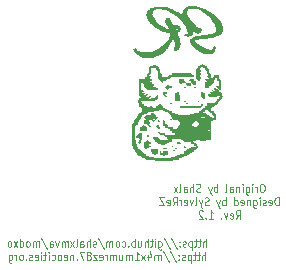
<source format=gbr>
%TF.GenerationSoftware,KiCad,Pcbnew,8.0.1*%
%TF.CreationDate,2024-04-07T04:16:07+01:00*%
%TF.ProjectId,pcb,7063622e-6b69-4636-9164-5f7063625858,rev?*%
%TF.SameCoordinates,Original*%
%TF.FileFunction,Legend,Bot*%
%TF.FilePolarity,Positive*%
%FSLAX46Y46*%
G04 Gerber Fmt 4.6, Leading zero omitted, Abs format (unit mm)*
G04 Created by KiCad (PCBNEW 8.0.1) date 2024-04-07 04:16:07*
%MOMM*%
%LPD*%
G01*
G04 APERTURE LIST*
%ADD10C,0.120000*%
%ADD11C,0.000000*%
G04 APERTURE END LIST*
D10*
X63685714Y-42954171D02*
X63571428Y-42954171D01*
X63571428Y-42954171D02*
X63514285Y-42987504D01*
X63514285Y-42987504D02*
X63457142Y-43054171D01*
X63457142Y-43054171D02*
X63428571Y-43187504D01*
X63428571Y-43187504D02*
X63428571Y-43420838D01*
X63428571Y-43420838D02*
X63457142Y-43554171D01*
X63457142Y-43554171D02*
X63514285Y-43620838D01*
X63514285Y-43620838D02*
X63571428Y-43654171D01*
X63571428Y-43654171D02*
X63685714Y-43654171D01*
X63685714Y-43654171D02*
X63742857Y-43620838D01*
X63742857Y-43620838D02*
X63799999Y-43554171D01*
X63799999Y-43554171D02*
X63828571Y-43420838D01*
X63828571Y-43420838D02*
X63828571Y-43187504D01*
X63828571Y-43187504D02*
X63799999Y-43054171D01*
X63799999Y-43054171D02*
X63742857Y-42987504D01*
X63742857Y-42987504D02*
X63685714Y-42954171D01*
X63171428Y-43654171D02*
X63171428Y-43187504D01*
X63171428Y-43320838D02*
X63142857Y-43254171D01*
X63142857Y-43254171D02*
X63114286Y-43220838D01*
X63114286Y-43220838D02*
X63057143Y-43187504D01*
X63057143Y-43187504D02*
X63000000Y-43187504D01*
X62799999Y-43654171D02*
X62799999Y-43187504D01*
X62799999Y-42954171D02*
X62828571Y-42987504D01*
X62828571Y-42987504D02*
X62799999Y-43020838D01*
X62799999Y-43020838D02*
X62771428Y-42987504D01*
X62771428Y-42987504D02*
X62799999Y-42954171D01*
X62799999Y-42954171D02*
X62799999Y-43020838D01*
X62257143Y-43187504D02*
X62257143Y-43754171D01*
X62257143Y-43754171D02*
X62285714Y-43820838D01*
X62285714Y-43820838D02*
X62314285Y-43854171D01*
X62314285Y-43854171D02*
X62371428Y-43887504D01*
X62371428Y-43887504D02*
X62457143Y-43887504D01*
X62457143Y-43887504D02*
X62514285Y-43854171D01*
X62257143Y-43620838D02*
X62314285Y-43654171D01*
X62314285Y-43654171D02*
X62428571Y-43654171D01*
X62428571Y-43654171D02*
X62485714Y-43620838D01*
X62485714Y-43620838D02*
X62514285Y-43587504D01*
X62514285Y-43587504D02*
X62542857Y-43520838D01*
X62542857Y-43520838D02*
X62542857Y-43320838D01*
X62542857Y-43320838D02*
X62514285Y-43254171D01*
X62514285Y-43254171D02*
X62485714Y-43220838D01*
X62485714Y-43220838D02*
X62428571Y-43187504D01*
X62428571Y-43187504D02*
X62314285Y-43187504D01*
X62314285Y-43187504D02*
X62257143Y-43220838D01*
X61971428Y-43654171D02*
X61971428Y-43187504D01*
X61971428Y-42954171D02*
X62000000Y-42987504D01*
X62000000Y-42987504D02*
X61971428Y-43020838D01*
X61971428Y-43020838D02*
X61942857Y-42987504D01*
X61942857Y-42987504D02*
X61971428Y-42954171D01*
X61971428Y-42954171D02*
X61971428Y-43020838D01*
X61685714Y-43187504D02*
X61685714Y-43654171D01*
X61685714Y-43254171D02*
X61657143Y-43220838D01*
X61657143Y-43220838D02*
X61600000Y-43187504D01*
X61600000Y-43187504D02*
X61514286Y-43187504D01*
X61514286Y-43187504D02*
X61457143Y-43220838D01*
X61457143Y-43220838D02*
X61428572Y-43287504D01*
X61428572Y-43287504D02*
X61428572Y-43654171D01*
X60885715Y-43654171D02*
X60885715Y-43287504D01*
X60885715Y-43287504D02*
X60914286Y-43220838D01*
X60914286Y-43220838D02*
X60971429Y-43187504D01*
X60971429Y-43187504D02*
X61085715Y-43187504D01*
X61085715Y-43187504D02*
X61142857Y-43220838D01*
X60885715Y-43620838D02*
X60942857Y-43654171D01*
X60942857Y-43654171D02*
X61085715Y-43654171D01*
X61085715Y-43654171D02*
X61142857Y-43620838D01*
X61142857Y-43620838D02*
X61171429Y-43554171D01*
X61171429Y-43554171D02*
X61171429Y-43487504D01*
X61171429Y-43487504D02*
X61142857Y-43420838D01*
X61142857Y-43420838D02*
X61085715Y-43387504D01*
X61085715Y-43387504D02*
X60942857Y-43387504D01*
X60942857Y-43387504D02*
X60885715Y-43354171D01*
X60514286Y-43654171D02*
X60571429Y-43620838D01*
X60571429Y-43620838D02*
X60600000Y-43554171D01*
X60600000Y-43554171D02*
X60600000Y-42954171D01*
X59828571Y-43654171D02*
X59828571Y-42954171D01*
X59828571Y-43220838D02*
X59771429Y-43187504D01*
X59771429Y-43187504D02*
X59657143Y-43187504D01*
X59657143Y-43187504D02*
X59600000Y-43220838D01*
X59600000Y-43220838D02*
X59571429Y-43254171D01*
X59571429Y-43254171D02*
X59542857Y-43320838D01*
X59542857Y-43320838D02*
X59542857Y-43520838D01*
X59542857Y-43520838D02*
X59571429Y-43587504D01*
X59571429Y-43587504D02*
X59600000Y-43620838D01*
X59600000Y-43620838D02*
X59657143Y-43654171D01*
X59657143Y-43654171D02*
X59771429Y-43654171D01*
X59771429Y-43654171D02*
X59828571Y-43620838D01*
X59342857Y-43187504D02*
X59200000Y-43654171D01*
X59057143Y-43187504D02*
X59200000Y-43654171D01*
X59200000Y-43654171D02*
X59257143Y-43820838D01*
X59257143Y-43820838D02*
X59285714Y-43854171D01*
X59285714Y-43854171D02*
X59342857Y-43887504D01*
X58400000Y-43620838D02*
X58314286Y-43654171D01*
X58314286Y-43654171D02*
X58171428Y-43654171D01*
X58171428Y-43654171D02*
X58114286Y-43620838D01*
X58114286Y-43620838D02*
X58085714Y-43587504D01*
X58085714Y-43587504D02*
X58057143Y-43520838D01*
X58057143Y-43520838D02*
X58057143Y-43454171D01*
X58057143Y-43454171D02*
X58085714Y-43387504D01*
X58085714Y-43387504D02*
X58114286Y-43354171D01*
X58114286Y-43354171D02*
X58171428Y-43320838D01*
X58171428Y-43320838D02*
X58285714Y-43287504D01*
X58285714Y-43287504D02*
X58342857Y-43254171D01*
X58342857Y-43254171D02*
X58371428Y-43220838D01*
X58371428Y-43220838D02*
X58400000Y-43154171D01*
X58400000Y-43154171D02*
X58400000Y-43087504D01*
X58400000Y-43087504D02*
X58371428Y-43020838D01*
X58371428Y-43020838D02*
X58342857Y-42987504D01*
X58342857Y-42987504D02*
X58285714Y-42954171D01*
X58285714Y-42954171D02*
X58142857Y-42954171D01*
X58142857Y-42954171D02*
X58057143Y-42987504D01*
X57799999Y-43654171D02*
X57799999Y-42954171D01*
X57542857Y-43654171D02*
X57542857Y-43287504D01*
X57542857Y-43287504D02*
X57571428Y-43220838D01*
X57571428Y-43220838D02*
X57628571Y-43187504D01*
X57628571Y-43187504D02*
X57714285Y-43187504D01*
X57714285Y-43187504D02*
X57771428Y-43220838D01*
X57771428Y-43220838D02*
X57799999Y-43254171D01*
X57000000Y-43654171D02*
X57000000Y-43287504D01*
X57000000Y-43287504D02*
X57028571Y-43220838D01*
X57028571Y-43220838D02*
X57085714Y-43187504D01*
X57085714Y-43187504D02*
X57200000Y-43187504D01*
X57200000Y-43187504D02*
X57257142Y-43220838D01*
X57000000Y-43620838D02*
X57057142Y-43654171D01*
X57057142Y-43654171D02*
X57200000Y-43654171D01*
X57200000Y-43654171D02*
X57257142Y-43620838D01*
X57257142Y-43620838D02*
X57285714Y-43554171D01*
X57285714Y-43554171D02*
X57285714Y-43487504D01*
X57285714Y-43487504D02*
X57257142Y-43420838D01*
X57257142Y-43420838D02*
X57200000Y-43387504D01*
X57200000Y-43387504D02*
X57057142Y-43387504D01*
X57057142Y-43387504D02*
X57000000Y-43354171D01*
X56628571Y-43654171D02*
X56685714Y-43620838D01*
X56685714Y-43620838D02*
X56714285Y-43554171D01*
X56714285Y-43554171D02*
X56714285Y-42954171D01*
X56457142Y-43654171D02*
X56142857Y-43187504D01*
X56457142Y-43187504D02*
X56142857Y-43654171D01*
X65014286Y-44781132D02*
X65014286Y-44081132D01*
X65014286Y-44081132D02*
X64871429Y-44081132D01*
X64871429Y-44081132D02*
X64785715Y-44114465D01*
X64785715Y-44114465D02*
X64728572Y-44181132D01*
X64728572Y-44181132D02*
X64700001Y-44247799D01*
X64700001Y-44247799D02*
X64671429Y-44381132D01*
X64671429Y-44381132D02*
X64671429Y-44481132D01*
X64671429Y-44481132D02*
X64700001Y-44614465D01*
X64700001Y-44614465D02*
X64728572Y-44681132D01*
X64728572Y-44681132D02*
X64785715Y-44747799D01*
X64785715Y-44747799D02*
X64871429Y-44781132D01*
X64871429Y-44781132D02*
X65014286Y-44781132D01*
X64185715Y-44747799D02*
X64242858Y-44781132D01*
X64242858Y-44781132D02*
X64357144Y-44781132D01*
X64357144Y-44781132D02*
X64414286Y-44747799D01*
X64414286Y-44747799D02*
X64442858Y-44681132D01*
X64442858Y-44681132D02*
X64442858Y-44414465D01*
X64442858Y-44414465D02*
X64414286Y-44347799D01*
X64414286Y-44347799D02*
X64357144Y-44314465D01*
X64357144Y-44314465D02*
X64242858Y-44314465D01*
X64242858Y-44314465D02*
X64185715Y-44347799D01*
X64185715Y-44347799D02*
X64157144Y-44414465D01*
X64157144Y-44414465D02*
X64157144Y-44481132D01*
X64157144Y-44481132D02*
X64442858Y-44547799D01*
X63928572Y-44747799D02*
X63871429Y-44781132D01*
X63871429Y-44781132D02*
X63757143Y-44781132D01*
X63757143Y-44781132D02*
X63700000Y-44747799D01*
X63700000Y-44747799D02*
X63671429Y-44681132D01*
X63671429Y-44681132D02*
X63671429Y-44647799D01*
X63671429Y-44647799D02*
X63700000Y-44581132D01*
X63700000Y-44581132D02*
X63757143Y-44547799D01*
X63757143Y-44547799D02*
X63842858Y-44547799D01*
X63842858Y-44547799D02*
X63900000Y-44514465D01*
X63900000Y-44514465D02*
X63928572Y-44447799D01*
X63928572Y-44447799D02*
X63928572Y-44414465D01*
X63928572Y-44414465D02*
X63900000Y-44347799D01*
X63900000Y-44347799D02*
X63842858Y-44314465D01*
X63842858Y-44314465D02*
X63757143Y-44314465D01*
X63757143Y-44314465D02*
X63700000Y-44347799D01*
X63414286Y-44781132D02*
X63414286Y-44314465D01*
X63414286Y-44081132D02*
X63442858Y-44114465D01*
X63442858Y-44114465D02*
X63414286Y-44147799D01*
X63414286Y-44147799D02*
X63385715Y-44114465D01*
X63385715Y-44114465D02*
X63414286Y-44081132D01*
X63414286Y-44081132D02*
X63414286Y-44147799D01*
X62871430Y-44314465D02*
X62871430Y-44881132D01*
X62871430Y-44881132D02*
X62900001Y-44947799D01*
X62900001Y-44947799D02*
X62928572Y-44981132D01*
X62928572Y-44981132D02*
X62985715Y-45014465D01*
X62985715Y-45014465D02*
X63071430Y-45014465D01*
X63071430Y-45014465D02*
X63128572Y-44981132D01*
X62871430Y-44747799D02*
X62928572Y-44781132D01*
X62928572Y-44781132D02*
X63042858Y-44781132D01*
X63042858Y-44781132D02*
X63100001Y-44747799D01*
X63100001Y-44747799D02*
X63128572Y-44714465D01*
X63128572Y-44714465D02*
X63157144Y-44647799D01*
X63157144Y-44647799D02*
X63157144Y-44447799D01*
X63157144Y-44447799D02*
X63128572Y-44381132D01*
X63128572Y-44381132D02*
X63100001Y-44347799D01*
X63100001Y-44347799D02*
X63042858Y-44314465D01*
X63042858Y-44314465D02*
X62928572Y-44314465D01*
X62928572Y-44314465D02*
X62871430Y-44347799D01*
X62585715Y-44314465D02*
X62585715Y-44781132D01*
X62585715Y-44381132D02*
X62557144Y-44347799D01*
X62557144Y-44347799D02*
X62500001Y-44314465D01*
X62500001Y-44314465D02*
X62414287Y-44314465D01*
X62414287Y-44314465D02*
X62357144Y-44347799D01*
X62357144Y-44347799D02*
X62328573Y-44414465D01*
X62328573Y-44414465D02*
X62328573Y-44781132D01*
X61814287Y-44747799D02*
X61871430Y-44781132D01*
X61871430Y-44781132D02*
X61985716Y-44781132D01*
X61985716Y-44781132D02*
X62042858Y-44747799D01*
X62042858Y-44747799D02*
X62071430Y-44681132D01*
X62071430Y-44681132D02*
X62071430Y-44414465D01*
X62071430Y-44414465D02*
X62042858Y-44347799D01*
X62042858Y-44347799D02*
X61985716Y-44314465D01*
X61985716Y-44314465D02*
X61871430Y-44314465D01*
X61871430Y-44314465D02*
X61814287Y-44347799D01*
X61814287Y-44347799D02*
X61785716Y-44414465D01*
X61785716Y-44414465D02*
X61785716Y-44481132D01*
X61785716Y-44481132D02*
X62071430Y-44547799D01*
X61271430Y-44781132D02*
X61271430Y-44081132D01*
X61271430Y-44747799D02*
X61328572Y-44781132D01*
X61328572Y-44781132D02*
X61442858Y-44781132D01*
X61442858Y-44781132D02*
X61500001Y-44747799D01*
X61500001Y-44747799D02*
X61528572Y-44714465D01*
X61528572Y-44714465D02*
X61557144Y-44647799D01*
X61557144Y-44647799D02*
X61557144Y-44447799D01*
X61557144Y-44447799D02*
X61528572Y-44381132D01*
X61528572Y-44381132D02*
X61500001Y-44347799D01*
X61500001Y-44347799D02*
X61442858Y-44314465D01*
X61442858Y-44314465D02*
X61328572Y-44314465D01*
X61328572Y-44314465D02*
X61271430Y-44347799D01*
X60528572Y-44781132D02*
X60528572Y-44081132D01*
X60528572Y-44347799D02*
X60471430Y-44314465D01*
X60471430Y-44314465D02*
X60357144Y-44314465D01*
X60357144Y-44314465D02*
X60300001Y-44347799D01*
X60300001Y-44347799D02*
X60271430Y-44381132D01*
X60271430Y-44381132D02*
X60242858Y-44447799D01*
X60242858Y-44447799D02*
X60242858Y-44647799D01*
X60242858Y-44647799D02*
X60271430Y-44714465D01*
X60271430Y-44714465D02*
X60300001Y-44747799D01*
X60300001Y-44747799D02*
X60357144Y-44781132D01*
X60357144Y-44781132D02*
X60471430Y-44781132D01*
X60471430Y-44781132D02*
X60528572Y-44747799D01*
X60042858Y-44314465D02*
X59900001Y-44781132D01*
X59757144Y-44314465D02*
X59900001Y-44781132D01*
X59900001Y-44781132D02*
X59957144Y-44947799D01*
X59957144Y-44947799D02*
X59985715Y-44981132D01*
X59985715Y-44981132D02*
X60042858Y-45014465D01*
X59100001Y-44747799D02*
X59014287Y-44781132D01*
X59014287Y-44781132D02*
X58871429Y-44781132D01*
X58871429Y-44781132D02*
X58814287Y-44747799D01*
X58814287Y-44747799D02*
X58785715Y-44714465D01*
X58785715Y-44714465D02*
X58757144Y-44647799D01*
X58757144Y-44647799D02*
X58757144Y-44581132D01*
X58757144Y-44581132D02*
X58785715Y-44514465D01*
X58785715Y-44514465D02*
X58814287Y-44481132D01*
X58814287Y-44481132D02*
X58871429Y-44447799D01*
X58871429Y-44447799D02*
X58985715Y-44414465D01*
X58985715Y-44414465D02*
X59042858Y-44381132D01*
X59042858Y-44381132D02*
X59071429Y-44347799D01*
X59071429Y-44347799D02*
X59100001Y-44281132D01*
X59100001Y-44281132D02*
X59100001Y-44214465D01*
X59100001Y-44214465D02*
X59071429Y-44147799D01*
X59071429Y-44147799D02*
X59042858Y-44114465D01*
X59042858Y-44114465D02*
X58985715Y-44081132D01*
X58985715Y-44081132D02*
X58842858Y-44081132D01*
X58842858Y-44081132D02*
X58757144Y-44114465D01*
X58557143Y-44314465D02*
X58414286Y-44781132D01*
X58271429Y-44314465D02*
X58414286Y-44781132D01*
X58414286Y-44781132D02*
X58471429Y-44947799D01*
X58471429Y-44947799D02*
X58500000Y-44981132D01*
X58500000Y-44981132D02*
X58557143Y-45014465D01*
X57957143Y-44781132D02*
X58014286Y-44747799D01*
X58014286Y-44747799D02*
X58042857Y-44681132D01*
X58042857Y-44681132D02*
X58042857Y-44081132D01*
X57785714Y-44314465D02*
X57642857Y-44781132D01*
X57642857Y-44781132D02*
X57500000Y-44314465D01*
X57042857Y-44747799D02*
X57100000Y-44781132D01*
X57100000Y-44781132D02*
X57214286Y-44781132D01*
X57214286Y-44781132D02*
X57271428Y-44747799D01*
X57271428Y-44747799D02*
X57300000Y-44681132D01*
X57300000Y-44681132D02*
X57300000Y-44414465D01*
X57300000Y-44414465D02*
X57271428Y-44347799D01*
X57271428Y-44347799D02*
X57214286Y-44314465D01*
X57214286Y-44314465D02*
X57100000Y-44314465D01*
X57100000Y-44314465D02*
X57042857Y-44347799D01*
X57042857Y-44347799D02*
X57014286Y-44414465D01*
X57014286Y-44414465D02*
X57014286Y-44481132D01*
X57014286Y-44481132D02*
X57300000Y-44547799D01*
X56757142Y-44781132D02*
X56757142Y-44314465D01*
X56757142Y-44447799D02*
X56728571Y-44381132D01*
X56728571Y-44381132D02*
X56700000Y-44347799D01*
X56700000Y-44347799D02*
X56642857Y-44314465D01*
X56642857Y-44314465D02*
X56585714Y-44314465D01*
X56042856Y-44781132D02*
X56242856Y-44447799D01*
X56385713Y-44781132D02*
X56385713Y-44081132D01*
X56385713Y-44081132D02*
X56157142Y-44081132D01*
X56157142Y-44081132D02*
X56099999Y-44114465D01*
X56099999Y-44114465D02*
X56071428Y-44147799D01*
X56071428Y-44147799D02*
X56042856Y-44214465D01*
X56042856Y-44214465D02*
X56042856Y-44314465D01*
X56042856Y-44314465D02*
X56071428Y-44381132D01*
X56071428Y-44381132D02*
X56099999Y-44414465D01*
X56099999Y-44414465D02*
X56157142Y-44447799D01*
X56157142Y-44447799D02*
X56385713Y-44447799D01*
X55557142Y-44747799D02*
X55614285Y-44781132D01*
X55614285Y-44781132D02*
X55728571Y-44781132D01*
X55728571Y-44781132D02*
X55785713Y-44747799D01*
X55785713Y-44747799D02*
X55814285Y-44681132D01*
X55814285Y-44681132D02*
X55814285Y-44414465D01*
X55814285Y-44414465D02*
X55785713Y-44347799D01*
X55785713Y-44347799D02*
X55728571Y-44314465D01*
X55728571Y-44314465D02*
X55614285Y-44314465D01*
X55614285Y-44314465D02*
X55557142Y-44347799D01*
X55557142Y-44347799D02*
X55528571Y-44414465D01*
X55528571Y-44414465D02*
X55528571Y-44481132D01*
X55528571Y-44481132D02*
X55814285Y-44547799D01*
X55328570Y-44081132D02*
X54928570Y-44081132D01*
X54928570Y-44081132D02*
X55328570Y-44781132D01*
X55328570Y-44781132D02*
X54928570Y-44781132D01*
X61385714Y-45908093D02*
X61585714Y-45574760D01*
X61728571Y-45908093D02*
X61728571Y-45208093D01*
X61728571Y-45208093D02*
X61500000Y-45208093D01*
X61500000Y-45208093D02*
X61442857Y-45241426D01*
X61442857Y-45241426D02*
X61414286Y-45274760D01*
X61414286Y-45274760D02*
X61385714Y-45341426D01*
X61385714Y-45341426D02*
X61385714Y-45441426D01*
X61385714Y-45441426D02*
X61414286Y-45508093D01*
X61414286Y-45508093D02*
X61442857Y-45541426D01*
X61442857Y-45541426D02*
X61500000Y-45574760D01*
X61500000Y-45574760D02*
X61728571Y-45574760D01*
X60900000Y-45874760D02*
X60957143Y-45908093D01*
X60957143Y-45908093D02*
X61071429Y-45908093D01*
X61071429Y-45908093D02*
X61128571Y-45874760D01*
X61128571Y-45874760D02*
X61157143Y-45808093D01*
X61157143Y-45808093D02*
X61157143Y-45541426D01*
X61157143Y-45541426D02*
X61128571Y-45474760D01*
X61128571Y-45474760D02*
X61071429Y-45441426D01*
X61071429Y-45441426D02*
X60957143Y-45441426D01*
X60957143Y-45441426D02*
X60900000Y-45474760D01*
X60900000Y-45474760D02*
X60871429Y-45541426D01*
X60871429Y-45541426D02*
X60871429Y-45608093D01*
X60871429Y-45608093D02*
X61157143Y-45674760D01*
X60671428Y-45441426D02*
X60528571Y-45908093D01*
X60528571Y-45908093D02*
X60385714Y-45441426D01*
X60157142Y-45841426D02*
X60128571Y-45874760D01*
X60128571Y-45874760D02*
X60157142Y-45908093D01*
X60157142Y-45908093D02*
X60185714Y-45874760D01*
X60185714Y-45874760D02*
X60157142Y-45841426D01*
X60157142Y-45841426D02*
X60157142Y-45908093D01*
X59100000Y-45908093D02*
X59442857Y-45908093D01*
X59271428Y-45908093D02*
X59271428Y-45208093D01*
X59271428Y-45208093D02*
X59328571Y-45308093D01*
X59328571Y-45308093D02*
X59385714Y-45374760D01*
X59385714Y-45374760D02*
X59442857Y-45408093D01*
X58842856Y-45841426D02*
X58814285Y-45874760D01*
X58814285Y-45874760D02*
X58842856Y-45908093D01*
X58842856Y-45908093D02*
X58871428Y-45874760D01*
X58871428Y-45874760D02*
X58842856Y-45841426D01*
X58842856Y-45841426D02*
X58842856Y-45908093D01*
X58585714Y-45274760D02*
X58557142Y-45241426D01*
X58557142Y-45241426D02*
X58500000Y-45208093D01*
X58500000Y-45208093D02*
X58357142Y-45208093D01*
X58357142Y-45208093D02*
X58300000Y-45241426D01*
X58300000Y-45241426D02*
X58271428Y-45274760D01*
X58271428Y-45274760D02*
X58242857Y-45341426D01*
X58242857Y-45341426D02*
X58242857Y-45408093D01*
X58242857Y-45408093D02*
X58271428Y-45508093D01*
X58271428Y-45508093D02*
X58614285Y-45908093D01*
X58614285Y-45908093D02*
X58242857Y-45908093D01*
X58899996Y-48281132D02*
X58899996Y-47581132D01*
X58642854Y-48281132D02*
X58642854Y-47914465D01*
X58642854Y-47914465D02*
X58671425Y-47847799D01*
X58671425Y-47847799D02*
X58728568Y-47814465D01*
X58728568Y-47814465D02*
X58814282Y-47814465D01*
X58814282Y-47814465D02*
X58871425Y-47847799D01*
X58871425Y-47847799D02*
X58899996Y-47881132D01*
X58442854Y-47814465D02*
X58214282Y-47814465D01*
X58357139Y-47581132D02*
X58357139Y-48181132D01*
X58357139Y-48181132D02*
X58328568Y-48247799D01*
X58328568Y-48247799D02*
X58271425Y-48281132D01*
X58271425Y-48281132D02*
X58214282Y-48281132D01*
X58099997Y-47814465D02*
X57871425Y-47814465D01*
X58014282Y-47581132D02*
X58014282Y-48181132D01*
X58014282Y-48181132D02*
X57985711Y-48247799D01*
X57985711Y-48247799D02*
X57928568Y-48281132D01*
X57928568Y-48281132D02*
X57871425Y-48281132D01*
X57671425Y-47814465D02*
X57671425Y-48514465D01*
X57671425Y-47847799D02*
X57614283Y-47814465D01*
X57614283Y-47814465D02*
X57499997Y-47814465D01*
X57499997Y-47814465D02*
X57442854Y-47847799D01*
X57442854Y-47847799D02*
X57414283Y-47881132D01*
X57414283Y-47881132D02*
X57385711Y-47947799D01*
X57385711Y-47947799D02*
X57385711Y-48147799D01*
X57385711Y-48147799D02*
X57414283Y-48214465D01*
X57414283Y-48214465D02*
X57442854Y-48247799D01*
X57442854Y-48247799D02*
X57499997Y-48281132D01*
X57499997Y-48281132D02*
X57614283Y-48281132D01*
X57614283Y-48281132D02*
X57671425Y-48247799D01*
X57157140Y-48247799D02*
X57099997Y-48281132D01*
X57099997Y-48281132D02*
X56985711Y-48281132D01*
X56985711Y-48281132D02*
X56928568Y-48247799D01*
X56928568Y-48247799D02*
X56899997Y-48181132D01*
X56899997Y-48181132D02*
X56899997Y-48147799D01*
X56899997Y-48147799D02*
X56928568Y-48081132D01*
X56928568Y-48081132D02*
X56985711Y-48047799D01*
X56985711Y-48047799D02*
X57071426Y-48047799D01*
X57071426Y-48047799D02*
X57128568Y-48014465D01*
X57128568Y-48014465D02*
X57157140Y-47947799D01*
X57157140Y-47947799D02*
X57157140Y-47914465D01*
X57157140Y-47914465D02*
X57128568Y-47847799D01*
X57128568Y-47847799D02*
X57071426Y-47814465D01*
X57071426Y-47814465D02*
X56985711Y-47814465D01*
X56985711Y-47814465D02*
X56928568Y-47847799D01*
X56642854Y-48214465D02*
X56614283Y-48247799D01*
X56614283Y-48247799D02*
X56642854Y-48281132D01*
X56642854Y-48281132D02*
X56671426Y-48247799D01*
X56671426Y-48247799D02*
X56642854Y-48214465D01*
X56642854Y-48214465D02*
X56642854Y-48281132D01*
X56642854Y-47847799D02*
X56614283Y-47881132D01*
X56614283Y-47881132D02*
X56642854Y-47914465D01*
X56642854Y-47914465D02*
X56671426Y-47881132D01*
X56671426Y-47881132D02*
X56642854Y-47847799D01*
X56642854Y-47847799D02*
X56642854Y-47914465D01*
X55928569Y-47547799D02*
X56442855Y-48447799D01*
X55299998Y-47547799D02*
X55814284Y-48447799D01*
X54842856Y-47814465D02*
X54842856Y-48381132D01*
X54842856Y-48381132D02*
X54871427Y-48447799D01*
X54871427Y-48447799D02*
X54899998Y-48481132D01*
X54899998Y-48481132D02*
X54957141Y-48514465D01*
X54957141Y-48514465D02*
X55042856Y-48514465D01*
X55042856Y-48514465D02*
X55099998Y-48481132D01*
X54842856Y-48247799D02*
X54899998Y-48281132D01*
X54899998Y-48281132D02*
X55014284Y-48281132D01*
X55014284Y-48281132D02*
X55071427Y-48247799D01*
X55071427Y-48247799D02*
X55099998Y-48214465D01*
X55099998Y-48214465D02*
X55128570Y-48147799D01*
X55128570Y-48147799D02*
X55128570Y-47947799D01*
X55128570Y-47947799D02*
X55099998Y-47881132D01*
X55099998Y-47881132D02*
X55071427Y-47847799D01*
X55071427Y-47847799D02*
X55014284Y-47814465D01*
X55014284Y-47814465D02*
X54899998Y-47814465D01*
X54899998Y-47814465D02*
X54842856Y-47847799D01*
X54557141Y-48281132D02*
X54557141Y-47814465D01*
X54557141Y-47581132D02*
X54585713Y-47614465D01*
X54585713Y-47614465D02*
X54557141Y-47647799D01*
X54557141Y-47647799D02*
X54528570Y-47614465D01*
X54528570Y-47614465D02*
X54557141Y-47581132D01*
X54557141Y-47581132D02*
X54557141Y-47647799D01*
X54357142Y-47814465D02*
X54128570Y-47814465D01*
X54271427Y-47581132D02*
X54271427Y-48181132D01*
X54271427Y-48181132D02*
X54242856Y-48247799D01*
X54242856Y-48247799D02*
X54185713Y-48281132D01*
X54185713Y-48281132D02*
X54128570Y-48281132D01*
X53928570Y-48281132D02*
X53928570Y-47581132D01*
X53671428Y-48281132D02*
X53671428Y-47914465D01*
X53671428Y-47914465D02*
X53699999Y-47847799D01*
X53699999Y-47847799D02*
X53757142Y-47814465D01*
X53757142Y-47814465D02*
X53842856Y-47814465D01*
X53842856Y-47814465D02*
X53899999Y-47847799D01*
X53899999Y-47847799D02*
X53928570Y-47881132D01*
X53128571Y-47814465D02*
X53128571Y-48281132D01*
X53385713Y-47814465D02*
X53385713Y-48181132D01*
X53385713Y-48181132D02*
X53357142Y-48247799D01*
X53357142Y-48247799D02*
X53299999Y-48281132D01*
X53299999Y-48281132D02*
X53214285Y-48281132D01*
X53214285Y-48281132D02*
X53157142Y-48247799D01*
X53157142Y-48247799D02*
X53128571Y-48214465D01*
X52842856Y-48281132D02*
X52842856Y-47581132D01*
X52842856Y-47847799D02*
X52785714Y-47814465D01*
X52785714Y-47814465D02*
X52671428Y-47814465D01*
X52671428Y-47814465D02*
X52614285Y-47847799D01*
X52614285Y-47847799D02*
X52585714Y-47881132D01*
X52585714Y-47881132D02*
X52557142Y-47947799D01*
X52557142Y-47947799D02*
X52557142Y-48147799D01*
X52557142Y-48147799D02*
X52585714Y-48214465D01*
X52585714Y-48214465D02*
X52614285Y-48247799D01*
X52614285Y-48247799D02*
X52671428Y-48281132D01*
X52671428Y-48281132D02*
X52785714Y-48281132D01*
X52785714Y-48281132D02*
X52842856Y-48247799D01*
X52299999Y-48214465D02*
X52271428Y-48247799D01*
X52271428Y-48247799D02*
X52299999Y-48281132D01*
X52299999Y-48281132D02*
X52328571Y-48247799D01*
X52328571Y-48247799D02*
X52299999Y-48214465D01*
X52299999Y-48214465D02*
X52299999Y-48281132D01*
X51757143Y-48247799D02*
X51814285Y-48281132D01*
X51814285Y-48281132D02*
X51928571Y-48281132D01*
X51928571Y-48281132D02*
X51985714Y-48247799D01*
X51985714Y-48247799D02*
X52014285Y-48214465D01*
X52014285Y-48214465D02*
X52042857Y-48147799D01*
X52042857Y-48147799D02*
X52042857Y-47947799D01*
X52042857Y-47947799D02*
X52014285Y-47881132D01*
X52014285Y-47881132D02*
X51985714Y-47847799D01*
X51985714Y-47847799D02*
X51928571Y-47814465D01*
X51928571Y-47814465D02*
X51814285Y-47814465D01*
X51814285Y-47814465D02*
X51757143Y-47847799D01*
X51414285Y-48281132D02*
X51471428Y-48247799D01*
X51471428Y-48247799D02*
X51499999Y-48214465D01*
X51499999Y-48214465D02*
X51528571Y-48147799D01*
X51528571Y-48147799D02*
X51528571Y-47947799D01*
X51528571Y-47947799D02*
X51499999Y-47881132D01*
X51499999Y-47881132D02*
X51471428Y-47847799D01*
X51471428Y-47847799D02*
X51414285Y-47814465D01*
X51414285Y-47814465D02*
X51328571Y-47814465D01*
X51328571Y-47814465D02*
X51271428Y-47847799D01*
X51271428Y-47847799D02*
X51242857Y-47881132D01*
X51242857Y-47881132D02*
X51214285Y-47947799D01*
X51214285Y-47947799D02*
X51214285Y-48147799D01*
X51214285Y-48147799D02*
X51242857Y-48214465D01*
X51242857Y-48214465D02*
X51271428Y-48247799D01*
X51271428Y-48247799D02*
X51328571Y-48281132D01*
X51328571Y-48281132D02*
X51414285Y-48281132D01*
X50957142Y-48281132D02*
X50957142Y-47814465D01*
X50957142Y-47881132D02*
X50928571Y-47847799D01*
X50928571Y-47847799D02*
X50871428Y-47814465D01*
X50871428Y-47814465D02*
X50785714Y-47814465D01*
X50785714Y-47814465D02*
X50728571Y-47847799D01*
X50728571Y-47847799D02*
X50700000Y-47914465D01*
X50700000Y-47914465D02*
X50700000Y-48281132D01*
X50700000Y-47914465D02*
X50671428Y-47847799D01*
X50671428Y-47847799D02*
X50614285Y-47814465D01*
X50614285Y-47814465D02*
X50528571Y-47814465D01*
X50528571Y-47814465D02*
X50471428Y-47847799D01*
X50471428Y-47847799D02*
X50442857Y-47914465D01*
X50442857Y-47914465D02*
X50442857Y-48281132D01*
X49728571Y-47547799D02*
X50242857Y-48447799D01*
X49557143Y-48247799D02*
X49500000Y-48281132D01*
X49500000Y-48281132D02*
X49385714Y-48281132D01*
X49385714Y-48281132D02*
X49328571Y-48247799D01*
X49328571Y-48247799D02*
X49300000Y-48181132D01*
X49300000Y-48181132D02*
X49300000Y-48147799D01*
X49300000Y-48147799D02*
X49328571Y-48081132D01*
X49328571Y-48081132D02*
X49385714Y-48047799D01*
X49385714Y-48047799D02*
X49471429Y-48047799D01*
X49471429Y-48047799D02*
X49528571Y-48014465D01*
X49528571Y-48014465D02*
X49557143Y-47947799D01*
X49557143Y-47947799D02*
X49557143Y-47914465D01*
X49557143Y-47914465D02*
X49528571Y-47847799D01*
X49528571Y-47847799D02*
X49471429Y-47814465D01*
X49471429Y-47814465D02*
X49385714Y-47814465D01*
X49385714Y-47814465D02*
X49328571Y-47847799D01*
X49042857Y-48281132D02*
X49042857Y-47581132D01*
X48785715Y-48281132D02*
X48785715Y-47914465D01*
X48785715Y-47914465D02*
X48814286Y-47847799D01*
X48814286Y-47847799D02*
X48871429Y-47814465D01*
X48871429Y-47814465D02*
X48957143Y-47814465D01*
X48957143Y-47814465D02*
X49014286Y-47847799D01*
X49014286Y-47847799D02*
X49042857Y-47881132D01*
X48242858Y-48281132D02*
X48242858Y-47914465D01*
X48242858Y-47914465D02*
X48271429Y-47847799D01*
X48271429Y-47847799D02*
X48328572Y-47814465D01*
X48328572Y-47814465D02*
X48442858Y-47814465D01*
X48442858Y-47814465D02*
X48500000Y-47847799D01*
X48242858Y-48247799D02*
X48300000Y-48281132D01*
X48300000Y-48281132D02*
X48442858Y-48281132D01*
X48442858Y-48281132D02*
X48500000Y-48247799D01*
X48500000Y-48247799D02*
X48528572Y-48181132D01*
X48528572Y-48181132D02*
X48528572Y-48114465D01*
X48528572Y-48114465D02*
X48500000Y-48047799D01*
X48500000Y-48047799D02*
X48442858Y-48014465D01*
X48442858Y-48014465D02*
X48300000Y-48014465D01*
X48300000Y-48014465D02*
X48242858Y-47981132D01*
X47871429Y-48281132D02*
X47928572Y-48247799D01*
X47928572Y-48247799D02*
X47957143Y-48181132D01*
X47957143Y-48181132D02*
X47957143Y-47581132D01*
X47700000Y-48281132D02*
X47385715Y-47814465D01*
X47700000Y-47814465D02*
X47385715Y-48281132D01*
X47157143Y-48281132D02*
X47157143Y-47814465D01*
X47157143Y-47881132D02*
X47128572Y-47847799D01*
X47128572Y-47847799D02*
X47071429Y-47814465D01*
X47071429Y-47814465D02*
X46985715Y-47814465D01*
X46985715Y-47814465D02*
X46928572Y-47847799D01*
X46928572Y-47847799D02*
X46900001Y-47914465D01*
X46900001Y-47914465D02*
X46900001Y-48281132D01*
X46900001Y-47914465D02*
X46871429Y-47847799D01*
X46871429Y-47847799D02*
X46814286Y-47814465D01*
X46814286Y-47814465D02*
X46728572Y-47814465D01*
X46728572Y-47814465D02*
X46671429Y-47847799D01*
X46671429Y-47847799D02*
X46642858Y-47914465D01*
X46642858Y-47914465D02*
X46642858Y-48281132D01*
X46414286Y-47814465D02*
X46271429Y-48281132D01*
X46271429Y-48281132D02*
X46128572Y-47814465D01*
X45642858Y-48281132D02*
X45642858Y-47914465D01*
X45642858Y-47914465D02*
X45671429Y-47847799D01*
X45671429Y-47847799D02*
X45728572Y-47814465D01*
X45728572Y-47814465D02*
X45842858Y-47814465D01*
X45842858Y-47814465D02*
X45900000Y-47847799D01*
X45642858Y-48247799D02*
X45700000Y-48281132D01*
X45700000Y-48281132D02*
X45842858Y-48281132D01*
X45842858Y-48281132D02*
X45900000Y-48247799D01*
X45900000Y-48247799D02*
X45928572Y-48181132D01*
X45928572Y-48181132D02*
X45928572Y-48114465D01*
X45928572Y-48114465D02*
X45900000Y-48047799D01*
X45900000Y-48047799D02*
X45842858Y-48014465D01*
X45842858Y-48014465D02*
X45700000Y-48014465D01*
X45700000Y-48014465D02*
X45642858Y-47981132D01*
X44928572Y-47547799D02*
X45442858Y-48447799D01*
X44728572Y-48281132D02*
X44728572Y-47814465D01*
X44728572Y-47881132D02*
X44700001Y-47847799D01*
X44700001Y-47847799D02*
X44642858Y-47814465D01*
X44642858Y-47814465D02*
X44557144Y-47814465D01*
X44557144Y-47814465D02*
X44500001Y-47847799D01*
X44500001Y-47847799D02*
X44471430Y-47914465D01*
X44471430Y-47914465D02*
X44471430Y-48281132D01*
X44471430Y-47914465D02*
X44442858Y-47847799D01*
X44442858Y-47847799D02*
X44385715Y-47814465D01*
X44385715Y-47814465D02*
X44300001Y-47814465D01*
X44300001Y-47814465D02*
X44242858Y-47847799D01*
X44242858Y-47847799D02*
X44214287Y-47914465D01*
X44214287Y-47914465D02*
X44214287Y-48281132D01*
X43842858Y-48281132D02*
X43900001Y-48247799D01*
X43900001Y-48247799D02*
X43928572Y-48214465D01*
X43928572Y-48214465D02*
X43957144Y-48147799D01*
X43957144Y-48147799D02*
X43957144Y-47947799D01*
X43957144Y-47947799D02*
X43928572Y-47881132D01*
X43928572Y-47881132D02*
X43900001Y-47847799D01*
X43900001Y-47847799D02*
X43842858Y-47814465D01*
X43842858Y-47814465D02*
X43757144Y-47814465D01*
X43757144Y-47814465D02*
X43700001Y-47847799D01*
X43700001Y-47847799D02*
X43671430Y-47881132D01*
X43671430Y-47881132D02*
X43642858Y-47947799D01*
X43642858Y-47947799D02*
X43642858Y-48147799D01*
X43642858Y-48147799D02*
X43671430Y-48214465D01*
X43671430Y-48214465D02*
X43700001Y-48247799D01*
X43700001Y-48247799D02*
X43757144Y-48281132D01*
X43757144Y-48281132D02*
X43842858Y-48281132D01*
X43128573Y-48281132D02*
X43128573Y-47581132D01*
X43128573Y-48247799D02*
X43185715Y-48281132D01*
X43185715Y-48281132D02*
X43300001Y-48281132D01*
X43300001Y-48281132D02*
X43357144Y-48247799D01*
X43357144Y-48247799D02*
X43385715Y-48214465D01*
X43385715Y-48214465D02*
X43414287Y-48147799D01*
X43414287Y-48147799D02*
X43414287Y-47947799D01*
X43414287Y-47947799D02*
X43385715Y-47881132D01*
X43385715Y-47881132D02*
X43357144Y-47847799D01*
X43357144Y-47847799D02*
X43300001Y-47814465D01*
X43300001Y-47814465D02*
X43185715Y-47814465D01*
X43185715Y-47814465D02*
X43128573Y-47847799D01*
X42900001Y-48281132D02*
X42585716Y-47814465D01*
X42900001Y-47814465D02*
X42585716Y-48281132D01*
X42271430Y-48281132D02*
X42328573Y-48247799D01*
X42328573Y-48247799D02*
X42357144Y-48214465D01*
X42357144Y-48214465D02*
X42385716Y-48147799D01*
X42385716Y-48147799D02*
X42385716Y-47947799D01*
X42385716Y-47947799D02*
X42357144Y-47881132D01*
X42357144Y-47881132D02*
X42328573Y-47847799D01*
X42328573Y-47847799D02*
X42271430Y-47814465D01*
X42271430Y-47814465D02*
X42185716Y-47814465D01*
X42185716Y-47814465D02*
X42128573Y-47847799D01*
X42128573Y-47847799D02*
X42100002Y-47881132D01*
X42100002Y-47881132D02*
X42071430Y-47947799D01*
X42071430Y-47947799D02*
X42071430Y-48147799D01*
X42071430Y-48147799D02*
X42100002Y-48214465D01*
X42100002Y-48214465D02*
X42128573Y-48247799D01*
X42128573Y-48247799D02*
X42185716Y-48281132D01*
X42185716Y-48281132D02*
X42271430Y-48281132D01*
X58828570Y-49408093D02*
X58828570Y-48708093D01*
X58571428Y-49408093D02*
X58571428Y-49041426D01*
X58571428Y-49041426D02*
X58599999Y-48974760D01*
X58599999Y-48974760D02*
X58657142Y-48941426D01*
X58657142Y-48941426D02*
X58742856Y-48941426D01*
X58742856Y-48941426D02*
X58799999Y-48974760D01*
X58799999Y-48974760D02*
X58828570Y-49008093D01*
X58371428Y-48941426D02*
X58142856Y-48941426D01*
X58285713Y-48708093D02*
X58285713Y-49308093D01*
X58285713Y-49308093D02*
X58257142Y-49374760D01*
X58257142Y-49374760D02*
X58199999Y-49408093D01*
X58199999Y-49408093D02*
X58142856Y-49408093D01*
X58028571Y-48941426D02*
X57799999Y-48941426D01*
X57942856Y-48708093D02*
X57942856Y-49308093D01*
X57942856Y-49308093D02*
X57914285Y-49374760D01*
X57914285Y-49374760D02*
X57857142Y-49408093D01*
X57857142Y-49408093D02*
X57799999Y-49408093D01*
X57599999Y-48941426D02*
X57599999Y-49641426D01*
X57599999Y-48974760D02*
X57542857Y-48941426D01*
X57542857Y-48941426D02*
X57428571Y-48941426D01*
X57428571Y-48941426D02*
X57371428Y-48974760D01*
X57371428Y-48974760D02*
X57342857Y-49008093D01*
X57342857Y-49008093D02*
X57314285Y-49074760D01*
X57314285Y-49074760D02*
X57314285Y-49274760D01*
X57314285Y-49274760D02*
X57342857Y-49341426D01*
X57342857Y-49341426D02*
X57371428Y-49374760D01*
X57371428Y-49374760D02*
X57428571Y-49408093D01*
X57428571Y-49408093D02*
X57542857Y-49408093D01*
X57542857Y-49408093D02*
X57599999Y-49374760D01*
X57085714Y-49374760D02*
X57028571Y-49408093D01*
X57028571Y-49408093D02*
X56914285Y-49408093D01*
X56914285Y-49408093D02*
X56857142Y-49374760D01*
X56857142Y-49374760D02*
X56828571Y-49308093D01*
X56828571Y-49308093D02*
X56828571Y-49274760D01*
X56828571Y-49274760D02*
X56857142Y-49208093D01*
X56857142Y-49208093D02*
X56914285Y-49174760D01*
X56914285Y-49174760D02*
X57000000Y-49174760D01*
X57000000Y-49174760D02*
X57057142Y-49141426D01*
X57057142Y-49141426D02*
X57085714Y-49074760D01*
X57085714Y-49074760D02*
X57085714Y-49041426D01*
X57085714Y-49041426D02*
X57057142Y-48974760D01*
X57057142Y-48974760D02*
X57000000Y-48941426D01*
X57000000Y-48941426D02*
X56914285Y-48941426D01*
X56914285Y-48941426D02*
X56857142Y-48974760D01*
X56571428Y-49341426D02*
X56542857Y-49374760D01*
X56542857Y-49374760D02*
X56571428Y-49408093D01*
X56571428Y-49408093D02*
X56600000Y-49374760D01*
X56600000Y-49374760D02*
X56571428Y-49341426D01*
X56571428Y-49341426D02*
X56571428Y-49408093D01*
X56571428Y-48974760D02*
X56542857Y-49008093D01*
X56542857Y-49008093D02*
X56571428Y-49041426D01*
X56571428Y-49041426D02*
X56600000Y-49008093D01*
X56600000Y-49008093D02*
X56571428Y-48974760D01*
X56571428Y-48974760D02*
X56571428Y-49041426D01*
X55857143Y-48674760D02*
X56371429Y-49574760D01*
X55228572Y-48674760D02*
X55742858Y-49574760D01*
X55028572Y-49408093D02*
X55028572Y-48941426D01*
X55028572Y-49008093D02*
X55000001Y-48974760D01*
X55000001Y-48974760D02*
X54942858Y-48941426D01*
X54942858Y-48941426D02*
X54857144Y-48941426D01*
X54857144Y-48941426D02*
X54800001Y-48974760D01*
X54800001Y-48974760D02*
X54771430Y-49041426D01*
X54771430Y-49041426D02*
X54771430Y-49408093D01*
X54771430Y-49041426D02*
X54742858Y-48974760D01*
X54742858Y-48974760D02*
X54685715Y-48941426D01*
X54685715Y-48941426D02*
X54600001Y-48941426D01*
X54600001Y-48941426D02*
X54542858Y-48974760D01*
X54542858Y-48974760D02*
X54514287Y-49041426D01*
X54514287Y-49041426D02*
X54514287Y-49408093D01*
X53971430Y-48941426D02*
X53971430Y-49408093D01*
X54114287Y-48674760D02*
X54257144Y-49174760D01*
X54257144Y-49174760D02*
X53885715Y-49174760D01*
X53714286Y-49408093D02*
X53400001Y-48941426D01*
X53714286Y-48941426D02*
X53400001Y-49408093D01*
X52857144Y-49408093D02*
X53200001Y-49408093D01*
X53028572Y-49408093D02*
X53028572Y-48708093D01*
X53028572Y-48708093D02*
X53085715Y-48808093D01*
X53085715Y-48808093D02*
X53142858Y-48874760D01*
X53142858Y-48874760D02*
X53200001Y-48908093D01*
X52600000Y-49408093D02*
X52600000Y-48941426D01*
X52600000Y-49008093D02*
X52571429Y-48974760D01*
X52571429Y-48974760D02*
X52514286Y-48941426D01*
X52514286Y-48941426D02*
X52428572Y-48941426D01*
X52428572Y-48941426D02*
X52371429Y-48974760D01*
X52371429Y-48974760D02*
X52342858Y-49041426D01*
X52342858Y-49041426D02*
X52342858Y-49408093D01*
X52342858Y-49041426D02*
X52314286Y-48974760D01*
X52314286Y-48974760D02*
X52257143Y-48941426D01*
X52257143Y-48941426D02*
X52171429Y-48941426D01*
X52171429Y-48941426D02*
X52114286Y-48974760D01*
X52114286Y-48974760D02*
X52085715Y-49041426D01*
X52085715Y-49041426D02*
X52085715Y-49408093D01*
X51542858Y-48941426D02*
X51542858Y-49408093D01*
X51800000Y-48941426D02*
X51800000Y-49308093D01*
X51800000Y-49308093D02*
X51771429Y-49374760D01*
X51771429Y-49374760D02*
X51714286Y-49408093D01*
X51714286Y-49408093D02*
X51628572Y-49408093D01*
X51628572Y-49408093D02*
X51571429Y-49374760D01*
X51571429Y-49374760D02*
X51542858Y-49341426D01*
X51257143Y-49408093D02*
X51257143Y-48941426D01*
X51257143Y-49008093D02*
X51228572Y-48974760D01*
X51228572Y-48974760D02*
X51171429Y-48941426D01*
X51171429Y-48941426D02*
X51085715Y-48941426D01*
X51085715Y-48941426D02*
X51028572Y-48974760D01*
X51028572Y-48974760D02*
X51000001Y-49041426D01*
X51000001Y-49041426D02*
X51000001Y-49408093D01*
X51000001Y-49041426D02*
X50971429Y-48974760D01*
X50971429Y-48974760D02*
X50914286Y-48941426D01*
X50914286Y-48941426D02*
X50828572Y-48941426D01*
X50828572Y-48941426D02*
X50771429Y-48974760D01*
X50771429Y-48974760D02*
X50742858Y-49041426D01*
X50742858Y-49041426D02*
X50742858Y-49408093D01*
X50457143Y-49408093D02*
X50457143Y-48941426D01*
X50457143Y-49074760D02*
X50428572Y-49008093D01*
X50428572Y-49008093D02*
X50400001Y-48974760D01*
X50400001Y-48974760D02*
X50342858Y-48941426D01*
X50342858Y-48941426D02*
X50285715Y-48941426D01*
X49857143Y-49374760D02*
X49914286Y-49408093D01*
X49914286Y-49408093D02*
X50028572Y-49408093D01*
X50028572Y-49408093D02*
X50085714Y-49374760D01*
X50085714Y-49374760D02*
X50114286Y-49308093D01*
X50114286Y-49308093D02*
X50114286Y-49041426D01*
X50114286Y-49041426D02*
X50085714Y-48974760D01*
X50085714Y-48974760D02*
X50028572Y-48941426D01*
X50028572Y-48941426D02*
X49914286Y-48941426D01*
X49914286Y-48941426D02*
X49857143Y-48974760D01*
X49857143Y-48974760D02*
X49828572Y-49041426D01*
X49828572Y-49041426D02*
X49828572Y-49108093D01*
X49828572Y-49108093D02*
X50114286Y-49174760D01*
X49628571Y-48941426D02*
X49314286Y-48941426D01*
X49314286Y-48941426D02*
X49628571Y-49408093D01*
X49628571Y-49408093D02*
X49314286Y-49408093D01*
X49000000Y-49008093D02*
X49057143Y-48974760D01*
X49057143Y-48974760D02*
X49085714Y-48941426D01*
X49085714Y-48941426D02*
X49114286Y-48874760D01*
X49114286Y-48874760D02*
X49114286Y-48841426D01*
X49114286Y-48841426D02*
X49085714Y-48774760D01*
X49085714Y-48774760D02*
X49057143Y-48741426D01*
X49057143Y-48741426D02*
X49000000Y-48708093D01*
X49000000Y-48708093D02*
X48885714Y-48708093D01*
X48885714Y-48708093D02*
X48828572Y-48741426D01*
X48828572Y-48741426D02*
X48800000Y-48774760D01*
X48800000Y-48774760D02*
X48771429Y-48841426D01*
X48771429Y-48841426D02*
X48771429Y-48874760D01*
X48771429Y-48874760D02*
X48800000Y-48941426D01*
X48800000Y-48941426D02*
X48828572Y-48974760D01*
X48828572Y-48974760D02*
X48885714Y-49008093D01*
X48885714Y-49008093D02*
X49000000Y-49008093D01*
X49000000Y-49008093D02*
X49057143Y-49041426D01*
X49057143Y-49041426D02*
X49085714Y-49074760D01*
X49085714Y-49074760D02*
X49114286Y-49141426D01*
X49114286Y-49141426D02*
X49114286Y-49274760D01*
X49114286Y-49274760D02*
X49085714Y-49341426D01*
X49085714Y-49341426D02*
X49057143Y-49374760D01*
X49057143Y-49374760D02*
X49000000Y-49408093D01*
X49000000Y-49408093D02*
X48885714Y-49408093D01*
X48885714Y-49408093D02*
X48828572Y-49374760D01*
X48828572Y-49374760D02*
X48800000Y-49341426D01*
X48800000Y-49341426D02*
X48771429Y-49274760D01*
X48771429Y-49274760D02*
X48771429Y-49141426D01*
X48771429Y-49141426D02*
X48800000Y-49074760D01*
X48800000Y-49074760D02*
X48828572Y-49041426D01*
X48828572Y-49041426D02*
X48885714Y-49008093D01*
X48571428Y-48708093D02*
X48171428Y-48708093D01*
X48171428Y-48708093D02*
X48428571Y-49408093D01*
X47942856Y-49341426D02*
X47914285Y-49374760D01*
X47914285Y-49374760D02*
X47942856Y-49408093D01*
X47942856Y-49408093D02*
X47971428Y-49374760D01*
X47971428Y-49374760D02*
X47942856Y-49341426D01*
X47942856Y-49341426D02*
X47942856Y-49408093D01*
X47657142Y-48941426D02*
X47657142Y-49408093D01*
X47657142Y-49008093D02*
X47628571Y-48974760D01*
X47628571Y-48974760D02*
X47571428Y-48941426D01*
X47571428Y-48941426D02*
X47485714Y-48941426D01*
X47485714Y-48941426D02*
X47428571Y-48974760D01*
X47428571Y-48974760D02*
X47400000Y-49041426D01*
X47400000Y-49041426D02*
X47400000Y-49408093D01*
X46885714Y-49374760D02*
X46942857Y-49408093D01*
X46942857Y-49408093D02*
X47057143Y-49408093D01*
X47057143Y-49408093D02*
X47114285Y-49374760D01*
X47114285Y-49374760D02*
X47142857Y-49308093D01*
X47142857Y-49308093D02*
X47142857Y-49041426D01*
X47142857Y-49041426D02*
X47114285Y-48974760D01*
X47114285Y-48974760D02*
X47057143Y-48941426D01*
X47057143Y-48941426D02*
X46942857Y-48941426D01*
X46942857Y-48941426D02*
X46885714Y-48974760D01*
X46885714Y-48974760D02*
X46857143Y-49041426D01*
X46857143Y-49041426D02*
X46857143Y-49108093D01*
X46857143Y-49108093D02*
X47142857Y-49174760D01*
X46514285Y-49408093D02*
X46571428Y-49374760D01*
X46571428Y-49374760D02*
X46599999Y-49341426D01*
X46599999Y-49341426D02*
X46628571Y-49274760D01*
X46628571Y-49274760D02*
X46628571Y-49074760D01*
X46628571Y-49074760D02*
X46599999Y-49008093D01*
X46599999Y-49008093D02*
X46571428Y-48974760D01*
X46571428Y-48974760D02*
X46514285Y-48941426D01*
X46514285Y-48941426D02*
X46428571Y-48941426D01*
X46428571Y-48941426D02*
X46371428Y-48974760D01*
X46371428Y-48974760D02*
X46342857Y-49008093D01*
X46342857Y-49008093D02*
X46314285Y-49074760D01*
X46314285Y-49074760D02*
X46314285Y-49274760D01*
X46314285Y-49274760D02*
X46342857Y-49341426D01*
X46342857Y-49341426D02*
X46371428Y-49374760D01*
X46371428Y-49374760D02*
X46428571Y-49408093D01*
X46428571Y-49408093D02*
X46514285Y-49408093D01*
X45800000Y-49374760D02*
X45857142Y-49408093D01*
X45857142Y-49408093D02*
X45971428Y-49408093D01*
X45971428Y-49408093D02*
X46028571Y-49374760D01*
X46028571Y-49374760D02*
X46057142Y-49341426D01*
X46057142Y-49341426D02*
X46085714Y-49274760D01*
X46085714Y-49274760D02*
X46085714Y-49074760D01*
X46085714Y-49074760D02*
X46057142Y-49008093D01*
X46057142Y-49008093D02*
X46028571Y-48974760D01*
X46028571Y-48974760D02*
X45971428Y-48941426D01*
X45971428Y-48941426D02*
X45857142Y-48941426D01*
X45857142Y-48941426D02*
X45800000Y-48974760D01*
X45542856Y-49408093D02*
X45542856Y-48941426D01*
X45542856Y-48708093D02*
X45571428Y-48741426D01*
X45571428Y-48741426D02*
X45542856Y-48774760D01*
X45542856Y-48774760D02*
X45514285Y-48741426D01*
X45514285Y-48741426D02*
X45542856Y-48708093D01*
X45542856Y-48708093D02*
X45542856Y-48774760D01*
X45342857Y-48941426D02*
X45114285Y-48941426D01*
X45257142Y-48708093D02*
X45257142Y-49308093D01*
X45257142Y-49308093D02*
X45228571Y-49374760D01*
X45228571Y-49374760D02*
X45171428Y-49408093D01*
X45171428Y-49408093D02*
X45114285Y-49408093D01*
X44914285Y-49408093D02*
X44914285Y-48941426D01*
X44914285Y-48708093D02*
X44942857Y-48741426D01*
X44942857Y-48741426D02*
X44914285Y-48774760D01*
X44914285Y-48774760D02*
X44885714Y-48741426D01*
X44885714Y-48741426D02*
X44914285Y-48708093D01*
X44914285Y-48708093D02*
X44914285Y-48774760D01*
X44400000Y-49374760D02*
X44457143Y-49408093D01*
X44457143Y-49408093D02*
X44571429Y-49408093D01*
X44571429Y-49408093D02*
X44628571Y-49374760D01*
X44628571Y-49374760D02*
X44657143Y-49308093D01*
X44657143Y-49308093D02*
X44657143Y-49041426D01*
X44657143Y-49041426D02*
X44628571Y-48974760D01*
X44628571Y-48974760D02*
X44571429Y-48941426D01*
X44571429Y-48941426D02*
X44457143Y-48941426D01*
X44457143Y-48941426D02*
X44400000Y-48974760D01*
X44400000Y-48974760D02*
X44371429Y-49041426D01*
X44371429Y-49041426D02*
X44371429Y-49108093D01*
X44371429Y-49108093D02*
X44657143Y-49174760D01*
X44142857Y-49374760D02*
X44085714Y-49408093D01*
X44085714Y-49408093D02*
X43971428Y-49408093D01*
X43971428Y-49408093D02*
X43914285Y-49374760D01*
X43914285Y-49374760D02*
X43885714Y-49308093D01*
X43885714Y-49308093D02*
X43885714Y-49274760D01*
X43885714Y-49274760D02*
X43914285Y-49208093D01*
X43914285Y-49208093D02*
X43971428Y-49174760D01*
X43971428Y-49174760D02*
X44057143Y-49174760D01*
X44057143Y-49174760D02*
X44114285Y-49141426D01*
X44114285Y-49141426D02*
X44142857Y-49074760D01*
X44142857Y-49074760D02*
X44142857Y-49041426D01*
X44142857Y-49041426D02*
X44114285Y-48974760D01*
X44114285Y-48974760D02*
X44057143Y-48941426D01*
X44057143Y-48941426D02*
X43971428Y-48941426D01*
X43971428Y-48941426D02*
X43914285Y-48974760D01*
X43628571Y-49341426D02*
X43600000Y-49374760D01*
X43600000Y-49374760D02*
X43628571Y-49408093D01*
X43628571Y-49408093D02*
X43657143Y-49374760D01*
X43657143Y-49374760D02*
X43628571Y-49341426D01*
X43628571Y-49341426D02*
X43628571Y-49408093D01*
X43257143Y-49408093D02*
X43314286Y-49374760D01*
X43314286Y-49374760D02*
X43342857Y-49341426D01*
X43342857Y-49341426D02*
X43371429Y-49274760D01*
X43371429Y-49274760D02*
X43371429Y-49074760D01*
X43371429Y-49074760D02*
X43342857Y-49008093D01*
X43342857Y-49008093D02*
X43314286Y-48974760D01*
X43314286Y-48974760D02*
X43257143Y-48941426D01*
X43257143Y-48941426D02*
X43171429Y-48941426D01*
X43171429Y-48941426D02*
X43114286Y-48974760D01*
X43114286Y-48974760D02*
X43085715Y-49008093D01*
X43085715Y-49008093D02*
X43057143Y-49074760D01*
X43057143Y-49074760D02*
X43057143Y-49274760D01*
X43057143Y-49274760D02*
X43085715Y-49341426D01*
X43085715Y-49341426D02*
X43114286Y-49374760D01*
X43114286Y-49374760D02*
X43171429Y-49408093D01*
X43171429Y-49408093D02*
X43257143Y-49408093D01*
X42800000Y-49408093D02*
X42800000Y-48941426D01*
X42800000Y-49074760D02*
X42771429Y-49008093D01*
X42771429Y-49008093D02*
X42742858Y-48974760D01*
X42742858Y-48974760D02*
X42685715Y-48941426D01*
X42685715Y-48941426D02*
X42628572Y-48941426D01*
X42171429Y-48941426D02*
X42171429Y-49508093D01*
X42171429Y-49508093D02*
X42200000Y-49574760D01*
X42200000Y-49574760D02*
X42228571Y-49608093D01*
X42228571Y-49608093D02*
X42285714Y-49641426D01*
X42285714Y-49641426D02*
X42371429Y-49641426D01*
X42371429Y-49641426D02*
X42428571Y-49608093D01*
X42171429Y-49374760D02*
X42228571Y-49408093D01*
X42228571Y-49408093D02*
X42342857Y-49408093D01*
X42342857Y-49408093D02*
X42400000Y-49374760D01*
X42400000Y-49374760D02*
X42428571Y-49341426D01*
X42428571Y-49341426D02*
X42457143Y-49274760D01*
X42457143Y-49274760D02*
X42457143Y-49074760D01*
X42457143Y-49074760D02*
X42428571Y-49008093D01*
X42428571Y-49008093D02*
X42400000Y-48974760D01*
X42400000Y-48974760D02*
X42342857Y-48941426D01*
X42342857Y-48941426D02*
X42228571Y-48941426D01*
X42228571Y-48941426D02*
X42171429Y-48974760D01*
D11*
%TO.C,G\u002A\u002A\u002A*%
G36*
X56703449Y-29901516D02*
G01*
X56664691Y-29983907D01*
X56606127Y-30058892D01*
X56529651Y-30123487D01*
X56497138Y-30146897D01*
X56473734Y-30165708D01*
X56464804Y-30175642D01*
X56465456Y-30178284D01*
X56472762Y-30198484D01*
X56486895Y-30234701D01*
X56506250Y-30282867D01*
X56529221Y-30338912D01*
X56592777Y-30501799D01*
X56649530Y-30672270D01*
X56689912Y-30828138D01*
X56714044Y-30970460D01*
X56722043Y-31100294D01*
X56714026Y-31218699D01*
X56690113Y-31326731D01*
X56650420Y-31425450D01*
X56625154Y-31471391D01*
X56564242Y-31555138D01*
X56494947Y-31618185D01*
X56418185Y-31659961D01*
X56334875Y-31679894D01*
X56245935Y-31677414D01*
X56236129Y-31675695D01*
X56187699Y-31657335D01*
X56158080Y-31625784D01*
X56148037Y-31581789D01*
X56148041Y-31581298D01*
X56152001Y-31556377D01*
X56162325Y-31515180D01*
X56177480Y-31463319D01*
X56195934Y-31406404D01*
X56203214Y-31384884D01*
X56221480Y-31328095D01*
X56233268Y-31283697D01*
X56239934Y-31244402D01*
X56242835Y-31202924D01*
X56243329Y-31151976D01*
X56241461Y-31090015D01*
X56229877Y-30979962D01*
X56206748Y-30863957D01*
X56170942Y-30735490D01*
X56160703Y-30702395D01*
X56141905Y-30642098D01*
X56128092Y-30602294D01*
X56117473Y-30581784D01*
X56108258Y-30579371D01*
X56098655Y-30593855D01*
X56086874Y-30624041D01*
X56071123Y-30668730D01*
X56070294Y-30671054D01*
X56009788Y-30819768D01*
X55932981Y-30975278D01*
X55843226Y-31131738D01*
X55743873Y-31283298D01*
X55638272Y-31424112D01*
X55618275Y-31448142D01*
X55572138Y-31500475D01*
X55517099Y-31560093D01*
X55458405Y-31621359D01*
X55401305Y-31678637D01*
X55304112Y-31769701D01*
X55123584Y-31918015D01*
X54938780Y-32043483D01*
X54749833Y-32146037D01*
X54556873Y-32225611D01*
X54360033Y-32282137D01*
X54159446Y-32315546D01*
X54121770Y-32317814D01*
X54060758Y-32318157D01*
X53988171Y-32316248D01*
X53910372Y-32312412D01*
X53833726Y-32306973D01*
X53764598Y-32300257D01*
X53709351Y-32292588D01*
X53581000Y-32264430D01*
X53409441Y-32207562D01*
X53247821Y-32131113D01*
X53098542Y-32036270D01*
X52964005Y-31924220D01*
X52961907Y-31922219D01*
X52911477Y-31871458D01*
X52861369Y-31816515D01*
X52814295Y-31760852D01*
X52772964Y-31707933D01*
X52740086Y-31661222D01*
X52718371Y-31624183D01*
X52710531Y-31600280D01*
X52715337Y-31577664D01*
X52739007Y-31544852D01*
X52778136Y-31516894D01*
X52827887Y-31496927D01*
X52883424Y-31488090D01*
X52897244Y-31488044D01*
X52918095Y-31491843D01*
X52939358Y-31503296D01*
X52966221Y-31525582D01*
X53003870Y-31561878D01*
X53042994Y-31597265D01*
X53140295Y-31665075D01*
X53256565Y-31723456D01*
X53389712Y-31771444D01*
X53537644Y-31808074D01*
X53549802Y-31810295D01*
X53616179Y-31818311D01*
X53697210Y-31823188D01*
X53786570Y-31824986D01*
X53877934Y-31823767D01*
X53964974Y-31819592D01*
X54041367Y-31812523D01*
X54100785Y-31802620D01*
X54261397Y-31759126D01*
X54458262Y-31689272D01*
X54652604Y-31602915D01*
X54841463Y-31501946D01*
X55021881Y-31388258D01*
X55190899Y-31263741D01*
X55345557Y-31130289D01*
X55482896Y-30989792D01*
X55599958Y-30844142D01*
X55659193Y-30754944D01*
X55720564Y-30647890D01*
X55774773Y-30537924D01*
X55818651Y-30431521D01*
X55849029Y-30335157D01*
X55857051Y-30302801D01*
X55867007Y-30255903D01*
X55869177Y-30225855D01*
X55862802Y-30208939D01*
X55847123Y-30201435D01*
X55821381Y-30199625D01*
X55808723Y-30198809D01*
X55769332Y-30193198D01*
X55715390Y-30183239D01*
X55652285Y-30170080D01*
X55585408Y-30154873D01*
X55520147Y-30138766D01*
X55461890Y-30122911D01*
X55301604Y-30071540D01*
X55066707Y-29977433D01*
X54967270Y-29927261D01*
X56344179Y-29927261D01*
X56348062Y-29942423D01*
X56355001Y-29955477D01*
X56362505Y-29962546D01*
X56375077Y-29957927D01*
X56400277Y-29941486D01*
X56424137Y-29921455D01*
X56448282Y-29891429D01*
X56466090Y-29859264D01*
X56475413Y-29830022D01*
X56474107Y-29808765D01*
X56460025Y-29800554D01*
X56444423Y-29808686D01*
X56419168Y-29830157D01*
X56389799Y-29860298D01*
X56369994Y-29882963D01*
X56350641Y-29909111D01*
X56344179Y-29927261D01*
X54967270Y-29927261D01*
X54843313Y-29864717D01*
X54633129Y-29734380D01*
X54437863Y-29587415D01*
X54259221Y-29424812D01*
X54142620Y-29298870D01*
X54041373Y-29169473D01*
X53959617Y-29041629D01*
X53897459Y-28916315D01*
X53855004Y-28794509D01*
X53832358Y-28677188D01*
X53829626Y-28565330D01*
X53846915Y-28459912D01*
X53884329Y-28361912D01*
X53941975Y-28272307D01*
X54019957Y-28192075D01*
X54118383Y-28122194D01*
X54175875Y-28092226D01*
X54263898Y-28055818D01*
X54363386Y-28022758D01*
X54467668Y-27995214D01*
X54570069Y-27975356D01*
X54650236Y-27965836D01*
X54753034Y-27958786D01*
X54866299Y-27955088D01*
X54983410Y-27954755D01*
X55097744Y-27957798D01*
X55202679Y-27964230D01*
X55291593Y-27974063D01*
X55294587Y-27974504D01*
X55536873Y-28021129D01*
X55781745Y-28089279D01*
X56026155Y-28177724D01*
X56267056Y-28285236D01*
X56501401Y-28410585D01*
X56726140Y-28552543D01*
X56734800Y-28558455D01*
X56781792Y-28589979D01*
X56821318Y-28615589D01*
X56849450Y-28632788D01*
X56862256Y-28639076D01*
X56864390Y-28636894D01*
X56869652Y-28617447D01*
X56874766Y-28582189D01*
X56878877Y-28536420D01*
X56879912Y-28522729D01*
X56901045Y-28396556D01*
X56941910Y-28282777D01*
X57001974Y-28181998D01*
X57080699Y-28094823D01*
X57177551Y-28021857D01*
X57291993Y-27963707D01*
X57423491Y-27920976D01*
X57498134Y-27907202D01*
X57595521Y-27898104D01*
X57704845Y-27895011D01*
X57820525Y-27897916D01*
X57936983Y-27906813D01*
X58048637Y-27921696D01*
X58066787Y-27924778D01*
X58316093Y-27979580D01*
X58563835Y-28056980D01*
X58808392Y-28156171D01*
X59048142Y-28276345D01*
X59281464Y-28416698D01*
X59506737Y-28576420D01*
X59722339Y-28754705D01*
X59841308Y-28867767D01*
X59953995Y-28989450D01*
X60055286Y-29114181D01*
X60143267Y-29239239D01*
X60216029Y-29361902D01*
X60271660Y-29479447D01*
X60308249Y-29589153D01*
X60313144Y-29611946D01*
X60321490Y-29684170D01*
X60323193Y-29766309D01*
X60318589Y-29850170D01*
X60308014Y-29927559D01*
X60291803Y-29990283D01*
X60262376Y-30059577D01*
X60201029Y-30159838D01*
X60120474Y-30250801D01*
X60020281Y-30332715D01*
X59900021Y-30405827D01*
X59759265Y-30470384D01*
X59597585Y-30526635D01*
X59414550Y-30574827D01*
X59209733Y-30615208D01*
X59203480Y-30616252D01*
X59144008Y-30625221D01*
X59066672Y-30635644D01*
X58976333Y-30646931D01*
X58877854Y-30658490D01*
X58776097Y-30669731D01*
X58675923Y-30680064D01*
X58635490Y-30684084D01*
X58489059Y-30699015D01*
X58364050Y-30712511D01*
X58258888Y-30724871D01*
X58171997Y-30736393D01*
X58101804Y-30747374D01*
X58046731Y-30758112D01*
X58005204Y-30768904D01*
X57975648Y-30780049D01*
X57956487Y-30791844D01*
X57946145Y-30804587D01*
X57943048Y-30818576D01*
X57943241Y-30823255D01*
X57956429Y-30863099D01*
X57988877Y-30910564D01*
X58038528Y-30964275D01*
X58103322Y-31022860D01*
X58181201Y-31084944D01*
X58270106Y-31149154D01*
X58367980Y-31214116D01*
X58472763Y-31278457D01*
X58582396Y-31340802D01*
X58694822Y-31399778D01*
X58807982Y-31454012D01*
X58919816Y-31502129D01*
X59028268Y-31542756D01*
X59074753Y-31556937D01*
X59158005Y-31574485D01*
X59238452Y-31582373D01*
X59310115Y-31580165D01*
X59367013Y-31567426D01*
X59415167Y-31544179D01*
X59448146Y-31513915D01*
X59468475Y-31471684D01*
X59480171Y-31411965D01*
X59492156Y-31353965D01*
X59514213Y-31310987D01*
X59547257Y-31286541D01*
X59592834Y-31278799D01*
X59640360Y-31285139D01*
X59677705Y-31307163D01*
X59700149Y-31345797D01*
X59708172Y-31401913D01*
X59702257Y-31476380D01*
X59701048Y-31484172D01*
X59677826Y-31588890D01*
X59641829Y-31682220D01*
X59589382Y-31773846D01*
X59547657Y-31828567D01*
X59480271Y-31894081D01*
X59405476Y-31945892D01*
X59329185Y-31979331D01*
X59311828Y-31983889D01*
X59247330Y-31993746D01*
X59169316Y-31997982D01*
X59084719Y-31996631D01*
X59000472Y-31989730D01*
X58923510Y-31977311D01*
X58890719Y-31969964D01*
X58729703Y-31924486D01*
X58567215Y-31864013D01*
X58406372Y-31790487D01*
X58250289Y-31705851D01*
X58102084Y-31612045D01*
X57964871Y-31511011D01*
X57841768Y-31404693D01*
X57735891Y-31295030D01*
X57650355Y-31183965D01*
X57640698Y-31169255D01*
X57583408Y-31066025D01*
X57546716Y-30966838D01*
X57530861Y-30872999D01*
X57536084Y-30785815D01*
X57562625Y-30706590D01*
X57597282Y-30654705D01*
X57659566Y-30597498D01*
X57743990Y-30546171D01*
X57850194Y-30500900D01*
X57977821Y-30461863D01*
X58126511Y-30429235D01*
X58156135Y-30424340D01*
X58208151Y-30416616D01*
X58277050Y-30406921D01*
X58359462Y-30395714D01*
X58452016Y-30383452D01*
X58551342Y-30370594D01*
X58654070Y-30357596D01*
X58663442Y-30356423D01*
X58811414Y-30337603D01*
X58938577Y-30320663D01*
X59047320Y-30305093D01*
X59140035Y-30290386D01*
X59219110Y-30276033D01*
X59286936Y-30261525D01*
X59345904Y-30246354D01*
X59398402Y-30230011D01*
X59446822Y-30211988D01*
X59493552Y-30191775D01*
X59540984Y-30168865D01*
X59586440Y-30144178D01*
X59658477Y-30093222D01*
X59709172Y-30036841D01*
X59739314Y-29972969D01*
X59749695Y-29899543D01*
X59741103Y-29814495D01*
X59714329Y-29715763D01*
X59668243Y-29596857D01*
X59597203Y-29451322D01*
X59509941Y-29301694D01*
X59408991Y-29151481D01*
X59296888Y-29004191D01*
X59176164Y-28863330D01*
X59049356Y-28732407D01*
X58918995Y-28614929D01*
X58864712Y-28570812D01*
X58692877Y-28445931D01*
X58516532Y-28339117D01*
X58337534Y-28251109D01*
X58157739Y-28182648D01*
X57979006Y-28134473D01*
X57803189Y-28107326D01*
X57632148Y-28101946D01*
X57587939Y-28103772D01*
X57539651Y-28107457D01*
X57503759Y-28113488D01*
X57473730Y-28123093D01*
X57443029Y-28137501D01*
X57436649Y-28140889D01*
X57368498Y-28190198D01*
X57318917Y-28253160D01*
X57288458Y-28328451D01*
X57277676Y-28414747D01*
X57287124Y-28510722D01*
X57299438Y-28558651D01*
X57333996Y-28647976D01*
X57384860Y-28747779D01*
X57450469Y-28855846D01*
X57529262Y-28969966D01*
X57619675Y-29087926D01*
X57720148Y-29207514D01*
X57829119Y-29326518D01*
X57945027Y-29442725D01*
X57947415Y-29445016D01*
X58057214Y-29547405D01*
X58153912Y-29631364D01*
X58238219Y-29697414D01*
X58310845Y-29746073D01*
X58372500Y-29777862D01*
X58423893Y-29793300D01*
X58446751Y-29798480D01*
X58488511Y-29820539D01*
X58512378Y-29854824D01*
X58518608Y-29899566D01*
X58507460Y-29952996D01*
X58479190Y-30013344D01*
X58434057Y-30078841D01*
X58372317Y-30147717D01*
X58364971Y-30155012D01*
X58315595Y-30199715D01*
X58273151Y-30227148D01*
X58231961Y-30239096D01*
X58186347Y-30237344D01*
X58130632Y-30223675D01*
X58094933Y-30210880D01*
X58020048Y-30174693D01*
X57937420Y-30124236D01*
X57896005Y-30096717D01*
X57859526Y-30072838D01*
X57834818Y-30057087D01*
X57825727Y-30051954D01*
X57824347Y-30060499D01*
X57819714Y-30086516D01*
X57812946Y-30123494D01*
X57802153Y-30169886D01*
X57765074Y-30261515D01*
X57710486Y-30338265D01*
X57639425Y-30399355D01*
X57552929Y-30444007D01*
X57452034Y-30471441D01*
X57337777Y-30480877D01*
X57327370Y-30480829D01*
X57232200Y-30473156D01*
X57154403Y-30452017D01*
X57091942Y-30416881D01*
X57068841Y-30396858D01*
X57054811Y-30373006D01*
X57051409Y-30339904D01*
X57053335Y-30314479D01*
X57065396Y-30285566D01*
X57091036Y-30268656D01*
X57133146Y-30262236D01*
X57194613Y-30264789D01*
X57214327Y-30266513D01*
X57252810Y-30268635D01*
X57277835Y-30266263D01*
X57296529Y-30258112D01*
X57316020Y-30242896D01*
X57327343Y-30232624D01*
X57342319Y-30213037D01*
X57348507Y-30188228D01*
X57349103Y-30149137D01*
X57348288Y-30133584D01*
X57335381Y-30059598D01*
X57308212Y-29972119D01*
X57268254Y-29874030D01*
X57216983Y-29768217D01*
X57155870Y-29657563D01*
X57086391Y-29544953D01*
X57010019Y-29433272D01*
X56928228Y-29325404D01*
X56749749Y-29116445D01*
X56554417Y-28917767D01*
X56351798Y-28741360D01*
X56141908Y-28587238D01*
X55924762Y-28455410D01*
X55700378Y-28345889D01*
X55468769Y-28258686D01*
X55409788Y-28240445D01*
X55302663Y-28212537D01*
X55196979Y-28192923D01*
X55084559Y-28180234D01*
X54957228Y-28173104D01*
X54835490Y-28171744D01*
X54729050Y-28177580D01*
X54639429Y-28191405D01*
X54563751Y-28213856D01*
X54499140Y-28245571D01*
X54442723Y-28287188D01*
X54411451Y-28318698D01*
X54369618Y-28384192D01*
X54347685Y-28460407D01*
X54345462Y-28548205D01*
X54362760Y-28648444D01*
X54390852Y-28738040D01*
X54448322Y-28866229D01*
X54525338Y-28996283D01*
X54619973Y-29126181D01*
X54730303Y-29253904D01*
X54854401Y-29377431D01*
X54990343Y-29494742D01*
X55136203Y-29603818D01*
X55290056Y-29702637D01*
X55449977Y-29789181D01*
X55491109Y-29808818D01*
X55556025Y-29837860D01*
X55619958Y-29864434D01*
X55678867Y-29887018D01*
X55728711Y-29904085D01*
X55765451Y-29914113D01*
X55785046Y-29915577D01*
X55784314Y-29909972D01*
X55774214Y-29886662D01*
X55754808Y-29847871D01*
X55727562Y-29796415D01*
X55693942Y-29735106D01*
X55655414Y-29666759D01*
X55634369Y-29629849D01*
X55575373Y-29525645D01*
X55527086Y-29438854D01*
X55488514Y-29367395D01*
X55458660Y-29309185D01*
X55436528Y-29262145D01*
X55421123Y-29224192D01*
X55411449Y-29193247D01*
X55406510Y-29167227D01*
X55405311Y-29144052D01*
X55405998Y-29130067D01*
X55422454Y-29062406D01*
X55457927Y-28999497D01*
X55508728Y-28944682D01*
X55571169Y-28901306D01*
X55641562Y-28872712D01*
X55716217Y-28862244D01*
X55764407Y-28866528D01*
X55797162Y-28882804D01*
X55814475Y-28914236D01*
X55819538Y-28963965D01*
X55819584Y-28967373D01*
X55821645Y-28985967D01*
X55827772Y-29007821D01*
X55839339Y-29035719D01*
X55857723Y-29072447D01*
X55884300Y-29120789D01*
X55920447Y-29183531D01*
X55967539Y-29263456D01*
X55997474Y-29313925D01*
X56037134Y-29380696D01*
X56072248Y-29439708D01*
X56100965Y-29487854D01*
X56121431Y-29522026D01*
X56131797Y-29539114D01*
X56136360Y-29546311D01*
X56147073Y-29558050D01*
X56160805Y-29556729D01*
X56186174Y-29542956D01*
X56232753Y-29519531D01*
X56320202Y-29493731D01*
X56407406Y-29490118D01*
X56491618Y-29508297D01*
X56570094Y-29547870D01*
X56640085Y-29608442D01*
X56677074Y-29653209D01*
X56706808Y-29705599D01*
X56720193Y-29760078D01*
X56719820Y-29823645D01*
X56718479Y-29830022D01*
X56703449Y-29901516D01*
G37*
G36*
X59710021Y-37390708D02*
G01*
X59699354Y-37460923D01*
X59696535Y-37479476D01*
X59663550Y-37527406D01*
X59602608Y-37557889D01*
X59511650Y-37583837D01*
X59388442Y-37599662D01*
X59284148Y-37599662D01*
X59284148Y-37749578D01*
X59284148Y-37989742D01*
X59284148Y-38161075D01*
X59284148Y-38386829D01*
X59284095Y-38452313D01*
X59284066Y-38488396D01*
X59282502Y-38746105D01*
X59278166Y-38934222D01*
X59270033Y-39064848D01*
X59257081Y-39150084D01*
X59238287Y-39202028D01*
X59212627Y-39232782D01*
X59211054Y-39234040D01*
X59160493Y-39256773D01*
X59069571Y-39272302D01*
X58926986Y-39281367D01*
X58721440Y-39284702D01*
X58441633Y-39283045D01*
X58258015Y-39280998D01*
X58049593Y-39280122D01*
X57906405Y-39282988D01*
X57816259Y-39290903D01*
X57766964Y-39305173D01*
X57746328Y-39327104D01*
X57742158Y-39358003D01*
X57743247Y-39377271D01*
X57776196Y-39427705D01*
X57870657Y-39441484D01*
X57966349Y-39456882D01*
X57999156Y-39509743D01*
X58015160Y-39553535D01*
X58084823Y-39600405D01*
X58149461Y-39653747D01*
X58171175Y-39771874D01*
X58165781Y-39805564D01*
X58143492Y-39944772D01*
X58142531Y-39948259D01*
X58094913Y-40020579D01*
X57994161Y-40041146D01*
X57931137Y-40044932D01*
X57881434Y-40078498D01*
X57870657Y-40169645D01*
X57869804Y-40213879D01*
X57853900Y-40271433D01*
X57799446Y-40294152D01*
X57682904Y-40298145D01*
X57577438Y-40303098D01*
X57504564Y-40328298D01*
X57472749Y-40383811D01*
X57438697Y-40440831D01*
X57339254Y-40469477D01*
X57265608Y-40482184D01*
X57228162Y-40533726D01*
X57207203Y-40575635D01*
X57121079Y-40597976D01*
X57051231Y-40610551D01*
X57013996Y-40662226D01*
X57000292Y-40695783D01*
X56934512Y-40719597D01*
X56799831Y-40726475D01*
X56750295Y-40726842D01*
X56644801Y-40735132D01*
X56596941Y-40760758D01*
X56585666Y-40812141D01*
X56571587Y-40867520D01*
X56500000Y-40897807D01*
X56450208Y-40905839D01*
X56414334Y-40940640D01*
X56406367Y-40946979D01*
X56328042Y-40959806D01*
X56168679Y-40969986D01*
X55931485Y-40977401D01*
X55619665Y-40981936D01*
X55236425Y-40983473D01*
X55062103Y-40983184D01*
X54709361Y-40980336D01*
X54429425Y-40974541D01*
X54225501Y-40965915D01*
X54100796Y-40954576D01*
X54058516Y-40940640D01*
X54057076Y-40934741D01*
X54006878Y-40908477D01*
X53907256Y-40897807D01*
X53793311Y-40882153D01*
X53731341Y-40833558D01*
X53682302Y-40789559D01*
X53578759Y-40769308D01*
X53476462Y-40750280D01*
X53428431Y-40683642D01*
X53386074Y-40620363D01*
X53282525Y-40597976D01*
X53197088Y-40584880D01*
X53159022Y-40533726D01*
X53151559Y-40503763D01*
X53094772Y-40469477D01*
X53057305Y-40453577D01*
X53030522Y-40383811D01*
X53016443Y-40328432D01*
X52944856Y-40298145D01*
X52927812Y-40297389D01*
X52873890Y-40266441D01*
X52859190Y-40174641D01*
X52841288Y-40078731D01*
X52773524Y-40028735D01*
X52770304Y-40027861D01*
X52706596Y-39980051D01*
X52687858Y-39873824D01*
X52687829Y-39868903D01*
X52674745Y-39778625D01*
X52645025Y-39741315D01*
X52631207Y-39707141D01*
X52618811Y-39591708D01*
X52609710Y-39398960D01*
X52604105Y-39133264D01*
X52602192Y-38798988D01*
X52602194Y-38797917D01*
X52902023Y-38797917D01*
X52902046Y-38850941D01*
X52903292Y-39116322D01*
X52907106Y-39308871D01*
X52914399Y-39439550D01*
X52926083Y-39519320D01*
X52943070Y-39559144D01*
X52966273Y-39569983D01*
X52972124Y-39570254D01*
X53016590Y-39609018D01*
X53030522Y-39719898D01*
X53030639Y-39733552D01*
X53047252Y-39837305D01*
X53094772Y-39869814D01*
X53124735Y-39877277D01*
X53159022Y-39934064D01*
X53174922Y-39971531D01*
X53244688Y-39998313D01*
X53300066Y-40012392D01*
X53330354Y-40083979D01*
X53342279Y-40133936D01*
X53394603Y-40169645D01*
X53424566Y-40177108D01*
X53458853Y-40233895D01*
X53466044Y-40263811D01*
X53520974Y-40298145D01*
X53550534Y-40303523D01*
X53617348Y-40354916D01*
X53643942Y-40386385D01*
X53726957Y-40439390D01*
X53766474Y-40463630D01*
X53791206Y-40521826D01*
X53820669Y-40565333D01*
X53919308Y-40589982D01*
X54019062Y-40615133D01*
X54058516Y-40664939D01*
X54059131Y-40670080D01*
X54076655Y-40688125D01*
X54125121Y-40701984D01*
X54213648Y-40712171D01*
X54351356Y-40719200D01*
X54547364Y-40723584D01*
X54810791Y-40725838D01*
X55150758Y-40726475D01*
X55234380Y-40726446D01*
X55556547Y-40725480D01*
X55804195Y-40722770D01*
X55986420Y-40717805D01*
X56112317Y-40710077D01*
X56190983Y-40699074D01*
X56231513Y-40684287D01*
X56243001Y-40665205D01*
X56264027Y-40623905D01*
X56339376Y-40589230D01*
X56397929Y-40569144D01*
X56426444Y-40526208D01*
X56452088Y-40499396D01*
X56552838Y-40470805D01*
X56719963Y-40447478D01*
X57022789Y-40417066D01*
X56998047Y-40293356D01*
X56989749Y-40242396D01*
X57000212Y-40183796D01*
X57057900Y-40169645D01*
X57106899Y-40157741D01*
X57142495Y-40105396D01*
X57142766Y-40099544D01*
X57181531Y-40055079D01*
X57292411Y-40041146D01*
X57360090Y-40038346D01*
X57425557Y-40014523D01*
X57442327Y-39955480D01*
X57449800Y-39911317D01*
X57486064Y-39884377D01*
X57570068Y-39872484D01*
X57720742Y-39869814D01*
X57783928Y-39869344D01*
X57914154Y-39861633D01*
X57980569Y-39841603D01*
X57999156Y-39805564D01*
X57991694Y-39775601D01*
X57934907Y-39741315D01*
X57897440Y-39725415D01*
X57870657Y-39655649D01*
X57869332Y-39633535D01*
X57836216Y-39583445D01*
X57742158Y-39569983D01*
X57708988Y-39569099D01*
X57633852Y-39547022D01*
X57613659Y-39484317D01*
X57613620Y-39479563D01*
X57603685Y-39436136D01*
X57563467Y-39411743D01*
X57474524Y-39401032D01*
X57318410Y-39398650D01*
X57279826Y-39398477D01*
X57124765Y-39391184D01*
X57036211Y-39370873D01*
X56998507Y-39334401D01*
X56979427Y-39304853D01*
X56905198Y-39270151D01*
X56856107Y-39259231D01*
X56772295Y-39205902D01*
X56760511Y-39195799D01*
X56683853Y-39164272D01*
X56550810Y-39146946D01*
X56347024Y-39141652D01*
X55986003Y-39141652D01*
X55986003Y-39270151D01*
X55981846Y-39339315D01*
X55947804Y-39388313D01*
X55856160Y-39398650D01*
X55760753Y-39414734D01*
X55701661Y-39462900D01*
X55653178Y-39506680D01*
X55551746Y-39527150D01*
X55460157Y-39543401D01*
X55401830Y-39591399D01*
X55379235Y-39616671D01*
X55301996Y-39645953D01*
X55204872Y-39656606D01*
X55121747Y-39646328D01*
X55086509Y-39612816D01*
X55086418Y-39611225D01*
X55045942Y-39582043D01*
X54954000Y-39569983D01*
X54949013Y-39569961D01*
X54845202Y-39549823D01*
X54799088Y-39484317D01*
X54756731Y-39421038D01*
X54653183Y-39398650D01*
X54590159Y-39394864D01*
X54540456Y-39361298D01*
X54529679Y-39270151D01*
X54528795Y-39236981D01*
X54506718Y-39161846D01*
X54444013Y-39141652D01*
X54388635Y-39127573D01*
X54358347Y-39055986D01*
X54360860Y-39025932D01*
X54386864Y-38990115D01*
X54457787Y-38974038D01*
X54593929Y-38970320D01*
X54734146Y-38975875D01*
X54808361Y-38995823D01*
X54829511Y-39034570D01*
X54836973Y-39064533D01*
X54893760Y-39098819D01*
X54931227Y-39114719D01*
X54958010Y-39184485D01*
X54960351Y-39213114D01*
X54980944Y-39243980D01*
X55036932Y-39261147D01*
X55145064Y-39268557D01*
X55322091Y-39270151D01*
X55466098Y-39268443D01*
X55597272Y-39259545D01*
X55666175Y-39241089D01*
X55686172Y-39210897D01*
X55668080Y-39170635D01*
X55596196Y-39128114D01*
X55545466Y-39103635D01*
X55536256Y-39055986D01*
X55537310Y-39020689D01*
X55476316Y-38983858D01*
X55422363Y-38957834D01*
X55386340Y-38901075D01*
X55376862Y-38876249D01*
X55310898Y-38849894D01*
X55172175Y-38841821D01*
X55136021Y-38841620D01*
X55023416Y-38834042D01*
X54970934Y-38809801D01*
X54958010Y-38761150D01*
X54942336Y-38710449D01*
X54872344Y-38658078D01*
X54822636Y-38632327D01*
X54786678Y-38567416D01*
X54801237Y-38527661D01*
X54872344Y-38499156D01*
X54922300Y-38511081D01*
X54958010Y-38563406D01*
X54972908Y-38597945D01*
X55040103Y-38621012D01*
X55176185Y-38627656D01*
X55203710Y-38627779D01*
X55325559Y-38635573D01*
X55388926Y-38661363D01*
X55416762Y-38713322D01*
X55432784Y-38750973D01*
X55469310Y-38776721D01*
X55542139Y-38791199D01*
X55667720Y-38797567D01*
X55862500Y-38798988D01*
X55890904Y-38798955D01*
X56083163Y-38795737D01*
X56204415Y-38785973D01*
X56267644Y-38767837D01*
X56285834Y-38739505D01*
X56285231Y-38733713D01*
X56238448Y-38686344D01*
X56135919Y-38651898D01*
X56102464Y-38644828D01*
X56012282Y-38605442D01*
X55986003Y-38540049D01*
X55972178Y-38486850D01*
X55900337Y-38456323D01*
X55846838Y-38443334D01*
X55814671Y-38374616D01*
X55800652Y-38327555D01*
X55735015Y-38281003D01*
X55600506Y-38238019D01*
X55499961Y-38208129D01*
X55412358Y-38161848D01*
X55386340Y-38105561D01*
X55372916Y-38058635D01*
X55300674Y-38027993D01*
X55268242Y-38024852D01*
X55239687Y-38002453D01*
X55224698Y-37944074D01*
X55219777Y-37833172D01*
X55221426Y-37653204D01*
X55223604Y-37563393D01*
X55229653Y-37442625D01*
X55237477Y-37383782D01*
X55245932Y-37398735D01*
X55274555Y-37486676D01*
X55325180Y-37542525D01*
X55367712Y-37594346D01*
X55386340Y-37693921D01*
X55405369Y-37796219D01*
X55472006Y-37844250D01*
X55521786Y-37868373D01*
X55557672Y-37925906D01*
X55563370Y-37951184D01*
X55616926Y-37985160D01*
X55655557Y-38001215D01*
X55698582Y-38070826D01*
X55725430Y-38121974D01*
X55791031Y-38149416D01*
X55917743Y-38156492D01*
X56005293Y-38159386D01*
X56089757Y-38178783D01*
X56114502Y-38220742D01*
X56114773Y-38226593D01*
X56153538Y-38271059D01*
X56264418Y-38284991D01*
X56278072Y-38284875D01*
X56381824Y-38268262D01*
X56396698Y-38246521D01*
X58942198Y-38246521D01*
X58945830Y-38285279D01*
X59012483Y-38370657D01*
X59013934Y-38372284D01*
X59114073Y-38469486D01*
X59176783Y-38496686D01*
X59198482Y-38452313D01*
X59182335Y-38420801D01*
X59112816Y-38383068D01*
X59063036Y-38358945D01*
X59027150Y-38301412D01*
X59019626Y-38273739D01*
X58962570Y-38242158D01*
X58942198Y-38246521D01*
X56396698Y-38246521D01*
X56414334Y-38220742D01*
X56421796Y-38190778D01*
X56478583Y-38156492D01*
X56516050Y-38140592D01*
X56542833Y-38070826D01*
X56556912Y-38015447D01*
X56628499Y-37985160D01*
X56654308Y-37983291D01*
X56701590Y-37948490D01*
X56713972Y-37854120D01*
X57699325Y-37854120D01*
X57728130Y-37932696D01*
X57798460Y-38020526D01*
X57845115Y-38056100D01*
X57974020Y-38104461D01*
X58104445Y-38103099D01*
X58142418Y-38082400D01*
X58741766Y-38082400D01*
X58785449Y-38135075D01*
X58813696Y-38161565D01*
X58876775Y-38197321D01*
X58898651Y-38161075D01*
X58889718Y-38138723D01*
X58830898Y-38096825D01*
X58766831Y-38075299D01*
X58741766Y-38082400D01*
X58142418Y-38082400D01*
X58202613Y-38049588D01*
X58221392Y-38021981D01*
X58251822Y-37911068D01*
X58570434Y-37911068D01*
X58614117Y-37963743D01*
X58642364Y-37990233D01*
X58705443Y-38025989D01*
X58727318Y-37989742D01*
X58718386Y-37967390D01*
X58659566Y-37925493D01*
X58595499Y-37903967D01*
X58575199Y-37909718D01*
X58570434Y-37911068D01*
X58251822Y-37911068D01*
X58252192Y-37909718D01*
X58246737Y-37785464D01*
X58230284Y-37749578D01*
X58598819Y-37749578D01*
X58620236Y-37770995D01*
X58641652Y-37749578D01*
X58620236Y-37728161D01*
X58598819Y-37749578D01*
X58230284Y-37749578D01*
X58204755Y-37693895D01*
X58189837Y-37681101D01*
X58086836Y-37645964D01*
X57958691Y-37654445D01*
X57832994Y-37697796D01*
X57737341Y-37767271D01*
X57699325Y-37854120D01*
X56713972Y-37854120D01*
X56714165Y-37852651D01*
X56714144Y-37847664D01*
X56694006Y-37743853D01*
X56628499Y-37697739D01*
X56578719Y-37673616D01*
X56542833Y-37616083D01*
X56533354Y-37591257D01*
X56467391Y-37564903D01*
X56328667Y-37556829D01*
X56216809Y-37552718D01*
X56137429Y-37532984D01*
X56114502Y-37492580D01*
X56107287Y-37462659D01*
X56079404Y-37445285D01*
X57967924Y-37445285D01*
X57968587Y-37459906D01*
X58024142Y-37467782D01*
X58066245Y-37460923D01*
X58050021Y-37441903D01*
X58025251Y-37435060D01*
X57967924Y-37445285D01*
X56079404Y-37445285D01*
X56052193Y-37428330D01*
X56049300Y-37428210D01*
X55998079Y-37384963D01*
X55989440Y-37359619D01*
X57796592Y-37359619D01*
X57797255Y-37374240D01*
X57852810Y-37382115D01*
X57894913Y-37375256D01*
X57881574Y-37359619D01*
X58139256Y-37359619D01*
X58139920Y-37374240D01*
X58147087Y-37375256D01*
X58195475Y-37382115D01*
X58237577Y-37375256D01*
X58221353Y-37356237D01*
X58196584Y-37349394D01*
X58139256Y-37359619D01*
X57881574Y-37359619D01*
X57878689Y-37356237D01*
X57853919Y-37349394D01*
X57796592Y-37359619D01*
X55989440Y-37359619D01*
X55969060Y-37299831D01*
X58277571Y-37299831D01*
X58299568Y-37311976D01*
X58391547Y-37327298D01*
X58532017Y-37335682D01*
X58697679Y-37337127D01*
X58865232Y-37331634D01*
X59011378Y-37319202D01*
X59112816Y-37299831D01*
X59129078Y-37287208D01*
X59075789Y-37274480D01*
X58943388Y-37265709D01*
X58735499Y-37261267D01*
X58601537Y-37261152D01*
X58414419Y-37266820D01*
X58353541Y-37274064D01*
X58305176Y-37279819D01*
X58277571Y-37299831D01*
X55969060Y-37299831D01*
X55961760Y-37278414D01*
X55960979Y-37274593D01*
X56994769Y-37274593D01*
X57026984Y-37279434D01*
X57128807Y-37282669D01*
X57292411Y-37283809D01*
X57306123Y-37283797D01*
X57462721Y-37282384D01*
X57554481Y-37278978D01*
X57574462Y-37274064D01*
X57515721Y-37268131D01*
X57425357Y-37264022D01*
X57223782Y-37262069D01*
X57044557Y-37268307D01*
X57039989Y-37268635D01*
X56994769Y-37274593D01*
X55960979Y-37274593D01*
X55958836Y-37264102D01*
X55922026Y-37166836D01*
X55874153Y-37128499D01*
X55846509Y-37121091D01*
X55814671Y-37064249D01*
X55807841Y-37034394D01*
X55755417Y-37000000D01*
X55716786Y-36983944D01*
X55673761Y-36914333D01*
X55645332Y-36861748D01*
X55578631Y-36835422D01*
X55450590Y-36828667D01*
X55347195Y-36824547D01*
X55264335Y-36802064D01*
X55230219Y-36753710D01*
X55225076Y-36740917D01*
X55163551Y-36695193D01*
X55062902Y-36673610D01*
X54953460Y-36676168D01*
X54865553Y-36702868D01*
X54829511Y-36753710D01*
X54822384Y-36785241D01*
X54789274Y-36808008D01*
X54715236Y-36821160D01*
X54585366Y-36827209D01*
X54384759Y-36828667D01*
X54361777Y-36828675D01*
X54168843Y-36830279D01*
X54043982Y-36836708D01*
X53971169Y-36850902D01*
X53934385Y-36875797D01*
X53917606Y-36914333D01*
X53872147Y-36979505D01*
X53767277Y-37000000D01*
X53673475Y-37016149D01*
X53614696Y-37064249D01*
X53595917Y-37093846D01*
X53524447Y-37128499D01*
X53493246Y-37136283D01*
X53458853Y-37192748D01*
X53451390Y-37222711D01*
X53394603Y-37256998D01*
X53392443Y-37257034D01*
X53345299Y-37293032D01*
X53330354Y-37401918D01*
X53329686Y-37432770D01*
X53307380Y-37527637D01*
X53244688Y-37569240D01*
X53195621Y-37593973D01*
X53166566Y-37658108D01*
X53159022Y-37783047D01*
X53158524Y-37838168D01*
X53147591Y-37931798D01*
X53110186Y-37976903D01*
X53030522Y-38000151D01*
X52902023Y-38025851D01*
X52902023Y-38797917D01*
X52602194Y-38797917D01*
X52602715Y-38520508D01*
X52604983Y-38276020D01*
X52609682Y-38098397D01*
X52617497Y-37977645D01*
X52629107Y-37903768D01*
X52645195Y-37866772D01*
X52666441Y-37856661D01*
X52703909Y-37840761D01*
X52730691Y-37770995D01*
X52738723Y-37721203D01*
X52773524Y-37685328D01*
X52802178Y-37656631D01*
X52816357Y-37574236D01*
X52830212Y-37498516D01*
X52899616Y-37441370D01*
X52950929Y-37411023D01*
X52995991Y-37327589D01*
X53017128Y-37271891D01*
X53073355Y-37235581D01*
X53122365Y-37202951D01*
X53151027Y-37096374D01*
X53152145Y-37086053D01*
X53175111Y-36994687D01*
X53209240Y-36957167D01*
X53211029Y-36957096D01*
X53272601Y-36927624D01*
X53355701Y-36860792D01*
X53374626Y-36840984D01*
X53433365Y-36743864D01*
X53458328Y-36641935D01*
X53446435Y-36561494D01*
X53394603Y-36528836D01*
X53362915Y-36519897D01*
X53330354Y-36460576D01*
X53314350Y-36416784D01*
X53244688Y-36369915D01*
X53222685Y-36362692D01*
X53188786Y-36334746D01*
X53169563Y-36275019D01*
X53160985Y-36165562D01*
X53159022Y-35988427D01*
X53159513Y-35873967D01*
X53164236Y-35741654D01*
X53177325Y-35668019D01*
X53202801Y-35636201D01*
X53244688Y-35629342D01*
X53300066Y-35643421D01*
X53330354Y-35715008D01*
X53342279Y-35764964D01*
X53394603Y-35800674D01*
X53432071Y-35784774D01*
X53458853Y-35715008D01*
X53446928Y-35665052D01*
X53394603Y-35629342D01*
X53364640Y-35621879D01*
X53330354Y-35565092D01*
X53314232Y-35527382D01*
X53243652Y-35500843D01*
X53215503Y-35498466D01*
X53191806Y-35482835D01*
X53176147Y-35441868D01*
X53167267Y-35363502D01*
X53163905Y-35235676D01*
X53164801Y-35046325D01*
X53168694Y-34783389D01*
X53180438Y-34065935D01*
X53387255Y-34052743D01*
X53423108Y-34050660D01*
X53534706Y-34051568D01*
X53591307Y-34074617D01*
X53617125Y-34127701D01*
X53636096Y-34181157D01*
X53672703Y-34213886D01*
X53703139Y-34173070D01*
X53715851Y-34065935D01*
X53718651Y-33998257D01*
X53742474Y-33932790D01*
X53801517Y-33916020D01*
X53842559Y-33910297D01*
X53878136Y-33867095D01*
X53887183Y-33762094D01*
X53888417Y-33717604D01*
X53911135Y-33625957D01*
X53970995Y-33586251D01*
X54004837Y-33572007D01*
X54037955Y-33527222D01*
X54056724Y-33436394D01*
X54067370Y-33279721D01*
X54071029Y-33200128D01*
X54080651Y-33081638D01*
X54100393Y-33020555D01*
X54139732Y-32997614D01*
X54208145Y-32993551D01*
X54299643Y-32978200D01*
X54350493Y-32918593D01*
X54372255Y-32883393D01*
X54447008Y-32849390D01*
X54541953Y-32841733D01*
X54623529Y-32861417D01*
X54658178Y-32909443D01*
X54674078Y-32946910D01*
X54743844Y-32973693D01*
X54793801Y-32985618D01*
X54829511Y-33037942D01*
X54836973Y-33067905D01*
X54893760Y-33102192D01*
X54931023Y-33120946D01*
X54952011Y-33192410D01*
X54958010Y-33332778D01*
X54958379Y-33382293D01*
X54967037Y-33498825D01*
X54992939Y-33559178D01*
X55043676Y-33585766D01*
X55070358Y-33595363D01*
X55116549Y-33649349D01*
X55129342Y-33762094D01*
X55129342Y-33916020D01*
X55407757Y-33916020D01*
X55551288Y-33913720D01*
X55638843Y-33902562D01*
X55677494Y-33876715D01*
X55686172Y-33830354D01*
X55691072Y-33791680D01*
X55732762Y-33754270D01*
X55836087Y-33744688D01*
X55903766Y-33741887D01*
X55969233Y-33718064D01*
X55986003Y-33659021D01*
X55986337Y-33646795D01*
X55993929Y-33620432D01*
X56020118Y-33601271D01*
X56076082Y-33588164D01*
X56172998Y-33579965D01*
X56322046Y-33575529D01*
X56534403Y-33573708D01*
X56821248Y-33573355D01*
X56940456Y-33573390D01*
X57197493Y-33574168D01*
X57384318Y-33576854D01*
X57512109Y-33582594D01*
X57592044Y-33592534D01*
X57635301Y-33607821D01*
X57653057Y-33629602D01*
X57656492Y-33659021D01*
X57679604Y-33724610D01*
X57763575Y-33744688D01*
X57845560Y-33763178D01*
X57870657Y-33830354D01*
X57870630Y-33834380D01*
X57866516Y-33860649D01*
X57848236Y-33880581D01*
X57805577Y-33895050D01*
X57728322Y-33904929D01*
X57606260Y-33911092D01*
X57429174Y-33914412D01*
X57186851Y-33915763D01*
X56869076Y-33916020D01*
X56845829Y-33916020D01*
X56532990Y-33916357D01*
X56294688Y-33917909D01*
X56120475Y-33921550D01*
X55999904Y-33928155D01*
X55922528Y-33938596D01*
X55877899Y-33953750D01*
X55855570Y-33974488D01*
X55845093Y-34001686D01*
X55844218Y-34004906D01*
X55796408Y-34068614D01*
X55690182Y-34087352D01*
X55594770Y-34101295D01*
X55557672Y-34151602D01*
X55557401Y-34157453D01*
X55518637Y-34201919D01*
X55407757Y-34215851D01*
X55340078Y-34218651D01*
X55274611Y-34242474D01*
X55257841Y-34301517D01*
X55243762Y-34356896D01*
X55172175Y-34387183D01*
X55114466Y-34371545D01*
X55086509Y-34296935D01*
X55074191Y-34237898D01*
X55022259Y-34231341D01*
X54980497Y-34234154D01*
X54958010Y-34176669D01*
X54942053Y-34126529D01*
X54872344Y-34074941D01*
X54847676Y-34066541D01*
X54815160Y-34037462D01*
X54796745Y-33975896D01*
X54788547Y-33864130D01*
X54786678Y-33684448D01*
X54786677Y-33682381D01*
X54783928Y-33499939D01*
X54774034Y-33388035D01*
X54754399Y-33331798D01*
X54722428Y-33316357D01*
X54686351Y-33302344D01*
X54658178Y-33235687D01*
X54642505Y-33184985D01*
X54572512Y-33132614D01*
X54522805Y-33106864D01*
X54486846Y-33041952D01*
X54486163Y-33027802D01*
X54458162Y-32978052D01*
X54410056Y-32990016D01*
X54370758Y-33059359D01*
X54346635Y-33109138D01*
X54289102Y-33145025D01*
X54254456Y-33169157D01*
X54235497Y-33251724D01*
X54229848Y-33406033D01*
X54228586Y-33505163D01*
X54218324Y-33610947D01*
X54192320Y-33665325D01*
X54144182Y-33689444D01*
X54094162Y-33709692D01*
X54058516Y-33749683D01*
X54074548Y-33771656D01*
X54144182Y-33787521D01*
X54173569Y-33790529D01*
X54224216Y-33828447D01*
X54214421Y-33885004D01*
X54144182Y-33928431D01*
X54086497Y-33951233D01*
X54060170Y-33992991D01*
X54103601Y-34029120D01*
X54208431Y-34044519D01*
X54276110Y-34047319D01*
X54341577Y-34071142D01*
X54358347Y-34130185D01*
X54357021Y-34152299D01*
X54323905Y-34202389D01*
X54229848Y-34215851D01*
X54139660Y-34229093D01*
X54101349Y-34280101D01*
X54131620Y-34327077D01*
X54236486Y-34344350D01*
X54240671Y-34344351D01*
X54328228Y-34348125D01*
X54342153Y-34370905D01*
X54294097Y-34430016D01*
X54276963Y-34449100D01*
X54244822Y-34495398D01*
X54272582Y-34512939D01*
X54373125Y-34515683D01*
X54431244Y-34517710D01*
X54513740Y-34539614D01*
X54514324Y-34586163D01*
X54433305Y-34658086D01*
X54415537Y-34670516D01*
X54369291Y-34708229D01*
X54389963Y-34720274D01*
X54486846Y-34716851D01*
X54505019Y-34716148D01*
X54603043Y-34724932D01*
X54650026Y-34751264D01*
X54673952Y-34782177D01*
X54749580Y-34826018D01*
X54798101Y-34857248D01*
X54821033Y-34933101D01*
X54812046Y-34957990D01*
X54778539Y-34984063D01*
X54706890Y-34999270D01*
X54581272Y-35006331D01*
X54385856Y-35007970D01*
X54305361Y-35007644D01*
X54130507Y-35003044D01*
X54017936Y-34990879D01*
X53950467Y-34968439D01*
X53910920Y-34933012D01*
X53870626Y-34889318D01*
X53812499Y-34858347D01*
X53782721Y-34842174D01*
X53746273Y-34772681D01*
X53720523Y-34722974D01*
X53655612Y-34687015D01*
X53642196Y-34685848D01*
X53599969Y-34645521D01*
X53587352Y-34537099D01*
X53580597Y-34437930D01*
X53545187Y-34395541D01*
X53458853Y-34387183D01*
X53330354Y-34387183D01*
X53330354Y-34684301D01*
X53330354Y-34981418D01*
X53466263Y-34994841D01*
X53546060Y-35012270D01*
X53611775Y-35055702D01*
X53615983Y-35105629D01*
X53549032Y-35144587D01*
X53494930Y-35171791D01*
X53458853Y-35233028D01*
X53462803Y-35257167D01*
X53504905Y-35281787D01*
X53608769Y-35273558D01*
X53667054Y-35266334D01*
X53744609Y-35274696D01*
X53743445Y-35315560D01*
X53662310Y-35386289D01*
X53602770Y-35429673D01*
X53595458Y-35450973D01*
X53655671Y-35455763D01*
X53732978Y-35436270D01*
X53823850Y-35371331D01*
X53886640Y-35319665D01*
X53945570Y-35327931D01*
X53953795Y-35385321D01*
X53887716Y-35478859D01*
X53827317Y-35547675D01*
X53819207Y-35579747D01*
X53865636Y-35586509D01*
X53928831Y-35572407D01*
X54021423Y-35517064D01*
X54077712Y-35481345D01*
X54174711Y-35477414D01*
X54216089Y-35497377D01*
X54217858Y-35528215D01*
X54154890Y-35585849D01*
X54145993Y-35593269D01*
X54074769Y-35673992D01*
X54064206Y-35734202D01*
X54117770Y-35757841D01*
X54156400Y-35741786D01*
X54199426Y-35672175D01*
X54208444Y-35647204D01*
X54267462Y-35593043D01*
X54339437Y-35602059D01*
X54389227Y-35673926D01*
X54389439Y-35674726D01*
X54431338Y-35736906D01*
X54483157Y-35734357D01*
X54510210Y-35668606D01*
X54517164Y-35642355D01*
X54567439Y-35619863D01*
X54605037Y-35609639D01*
X54645446Y-35544905D01*
X54673369Y-35494424D01*
X54748840Y-35458010D01*
X54791902Y-35472808D01*
X54830189Y-35540084D01*
X54834316Y-35633290D01*
X54804914Y-35720696D01*
X54742615Y-35770573D01*
X54693055Y-35795583D01*
X54667657Y-35850527D01*
X54667865Y-35857690D01*
X54644936Y-35878565D01*
X54577462Y-35894117D01*
X54455162Y-35905419D01*
X54267759Y-35913541D01*
X54004974Y-35919553D01*
X53841348Y-35922811D01*
X53626972Y-35929479D01*
X53480092Y-35938716D01*
X53389300Y-35951788D01*
X53343189Y-35969964D01*
X53330354Y-35994510D01*
X53337804Y-36023943D01*
X53394603Y-36057672D01*
X53424459Y-36064502D01*
X53458853Y-36116926D01*
X53474908Y-36155557D01*
X53544519Y-36198582D01*
X53594226Y-36224333D01*
X53630185Y-36289244D01*
X53630795Y-36299111D01*
X53668702Y-36343961D01*
X53775105Y-36357504D01*
X53805957Y-36358172D01*
X53900824Y-36380477D01*
X53942427Y-36443170D01*
X53978031Y-36513156D01*
X54029122Y-36518184D01*
X54070926Y-36443170D01*
X54077454Y-36425559D01*
X54143170Y-36368409D01*
X54240719Y-36352178D01*
X54334433Y-36376919D01*
X54388643Y-36442688D01*
X54410463Y-36489002D01*
X54451766Y-36502628D01*
X54482355Y-36506612D01*
X54516141Y-36567359D01*
X54547409Y-36637068D01*
X54596754Y-36659023D01*
X54639774Y-36613234D01*
X54658178Y-36507419D01*
X54672366Y-36397259D01*
X54717432Y-36357504D01*
X54756063Y-36341448D01*
X54799088Y-36271838D01*
X54805585Y-36254269D01*
X54871301Y-36196979D01*
X54968878Y-36180811D01*
X55062645Y-36205763D01*
X55116931Y-36271838D01*
X55141054Y-36321617D01*
X55198587Y-36357504D01*
X55223866Y-36363201D01*
X55257841Y-36416758D01*
X55273897Y-36455388D01*
X55343507Y-36498414D01*
X55393214Y-36524164D01*
X55429173Y-36589076D01*
X55430340Y-36602491D01*
X55470667Y-36644718D01*
X55579089Y-36657335D01*
X55592743Y-36657451D01*
X55696496Y-36674065D01*
X55729005Y-36721585D01*
X55755488Y-36766679D01*
X55857504Y-36785834D01*
X55890674Y-36786718D01*
X55965810Y-36808795D01*
X55986003Y-36871500D01*
X55990903Y-36910174D01*
X56032594Y-36947584D01*
X56135919Y-36957167D01*
X56149572Y-36957283D01*
X56253325Y-36973896D01*
X56285834Y-37021416D01*
X56286464Y-37027983D01*
X56303585Y-37049268D01*
X56352200Y-37064713D01*
X56443142Y-37075197D01*
X56587243Y-37081598D01*
X56795333Y-37084795D01*
X57078246Y-37085666D01*
X57159235Y-37085615D01*
X57421747Y-37084226D01*
X57612240Y-37080285D01*
X57741545Y-37072911D01*
X57820495Y-37061227D01*
X57859922Y-37044355D01*
X57870657Y-37021416D01*
X57884362Y-36987859D01*
X57950142Y-36964045D01*
X58084823Y-36957167D01*
X58134359Y-36956800D01*
X58239852Y-36948510D01*
X58287712Y-36922883D01*
X58292052Y-36903105D01*
X58643099Y-36903105D01*
X58681114Y-36940869D01*
X58782049Y-36957167D01*
X58883920Y-36972601D01*
X58995795Y-37042833D01*
X59059000Y-37098222D01*
X59135257Y-37128499D01*
X59152596Y-37131565D01*
X59233160Y-37176173D01*
X59326981Y-37256998D01*
X59356981Y-37286476D01*
X59357857Y-37287208D01*
X59441581Y-37357208D01*
X59476855Y-37375256D01*
X59496870Y-37385497D01*
X59497427Y-37385487D01*
X59528324Y-37347215D01*
X59541146Y-37256998D01*
X59527513Y-37167077D01*
X59481892Y-37128499D01*
X59443262Y-37112443D01*
X59400236Y-37042833D01*
X59374486Y-36993125D01*
X59309575Y-36957167D01*
X59275909Y-36948753D01*
X59241315Y-36892917D01*
X59234485Y-36863062D01*
X59182061Y-36828667D01*
X59143431Y-36812612D01*
X59100405Y-36743001D01*
X59083979Y-36709580D01*
X59014146Y-36662924D01*
X58924046Y-36651733D01*
X58846164Y-36676572D01*
X58812984Y-36738006D01*
X58797311Y-36788707D01*
X58727318Y-36841078D01*
X58675872Y-36860566D01*
X58643099Y-36903105D01*
X58292052Y-36903105D01*
X58298988Y-36871500D01*
X58313067Y-36816122D01*
X58384654Y-36785834D01*
X58434610Y-36773909D01*
X58470320Y-36721585D01*
X58486220Y-36684117D01*
X58555986Y-36657335D01*
X58605943Y-36645410D01*
X58641652Y-36593086D01*
X58649115Y-36563122D01*
X58705902Y-36528836D01*
X58743369Y-36512936D01*
X58770151Y-36443170D01*
X58784230Y-36387791D01*
X58855818Y-36357504D01*
X58894491Y-36352603D01*
X58931901Y-36310913D01*
X58941484Y-36207588D01*
X58944284Y-36139910D01*
X58968107Y-36074442D01*
X59027150Y-36057672D01*
X59077106Y-36069597D01*
X59112816Y-36121922D01*
X59120279Y-36151885D01*
X59177065Y-36186172D01*
X59207029Y-36178709D01*
X59241315Y-36121922D01*
X59241586Y-36116070D01*
X59280351Y-36071605D01*
X59391231Y-36057672D01*
X59404884Y-36057789D01*
X59508637Y-36074402D01*
X59541146Y-36121922D01*
X59548609Y-36151885D01*
X59605396Y-36186172D01*
X59650490Y-36159689D01*
X59669646Y-36057672D01*
X59682887Y-35967484D01*
X59733895Y-35929173D01*
X59771362Y-35913273D01*
X59798145Y-35843507D01*
X59812224Y-35788129D01*
X59883811Y-35757841D01*
X59939189Y-35743762D01*
X59969477Y-35672175D01*
X59981402Y-35622219D01*
X60033726Y-35586509D01*
X60063690Y-35579046D01*
X60097976Y-35522259D01*
X60071493Y-35477165D01*
X59969477Y-35458010D01*
X59936306Y-35458893D01*
X59861171Y-35480971D01*
X59840978Y-35543676D01*
X59838748Y-35571797D01*
X59818463Y-35602931D01*
X59762912Y-35620252D01*
X59655301Y-35627732D01*
X59478838Y-35629342D01*
X59116698Y-35629342D01*
X59088199Y-35477429D01*
X59075982Y-35392992D01*
X59084467Y-35311566D01*
X59131630Y-35305330D01*
X59219898Y-35372344D01*
X59295480Y-35430947D01*
X59350445Y-35443500D01*
X59350174Y-35398483D01*
X59283456Y-35307358D01*
X59281389Y-35305144D01*
X59217495Y-35209586D01*
X59222291Y-35152352D01*
X59282827Y-35146394D01*
X59386148Y-35204666D01*
X59461987Y-35255206D01*
X59522254Y-35269686D01*
X59525843Y-35230192D01*
X59462788Y-35144541D01*
X59453495Y-35134567D01*
X59383881Y-35046460D01*
X59381446Y-35000240D01*
X59445177Y-34986846D01*
X59502329Y-35004749D01*
X59574039Y-35072512D01*
X59596423Y-35100865D01*
X59663745Y-35147612D01*
X59727183Y-35160019D01*
X59755312Y-35128397D01*
X59753533Y-35121299D01*
X59714828Y-35063417D01*
X59641428Y-34979747D01*
X59639673Y-34977914D01*
X59571346Y-34899830D01*
X59560303Y-34858403D01*
X59600774Y-34832777D01*
X59669312Y-34832695D01*
X59770960Y-34895761D01*
X59853753Y-34959720D01*
X59918696Y-34986846D01*
X59948259Y-35002968D01*
X59969477Y-35072512D01*
X59983556Y-35127891D01*
X60055143Y-35158178D01*
X60105119Y-35169460D01*
X60140809Y-35217845D01*
X60148132Y-35248236D01*
X60205059Y-35302167D01*
X60227410Y-35320232D01*
X60259406Y-35399860D01*
X60273169Y-35512652D01*
X60268699Y-35629390D01*
X60245995Y-35720859D01*
X60205059Y-35757841D01*
X60175096Y-35765304D01*
X60140809Y-35822091D01*
X60124909Y-35859558D01*
X60055143Y-35886340D01*
X60005215Y-35896851D01*
X59969477Y-35942050D01*
X59966844Y-35978337D01*
X59926002Y-36097382D01*
X59852022Y-36190743D01*
X59766020Y-36228670D01*
X59706265Y-36241147D01*
X59669646Y-36293254D01*
X59662183Y-36323217D01*
X59605396Y-36357504D01*
X59575839Y-36362336D01*
X59541146Y-36400337D01*
X59533898Y-36420041D01*
X59476897Y-36443170D01*
X59447340Y-36448002D01*
X59412647Y-36486003D01*
X59405399Y-36505707D01*
X59348398Y-36528836D01*
X59303304Y-36555319D01*
X59284148Y-36657335D01*
X59288085Y-36725156D01*
X59321631Y-36775221D01*
X59412647Y-36785834D01*
X59437268Y-36786323D01*
X59518465Y-36806826D01*
X59541146Y-36866505D01*
X59556820Y-36917206D01*
X59626812Y-36969577D01*
X59659642Y-36982130D01*
X59693233Y-37022451D01*
X59708727Y-37106055D01*
X59712479Y-37254048D01*
X59712426Y-37256998D01*
X59710021Y-37390708D01*
G37*
G36*
X58593350Y-36214575D02*
G01*
X58633029Y-36271899D01*
X58622591Y-36330582D01*
X58559127Y-36357504D01*
X58500069Y-36372086D01*
X58470320Y-36443170D01*
X58469524Y-36460343D01*
X58459726Y-36484947D01*
X58429857Y-36502825D01*
X58368987Y-36515048D01*
X58266180Y-36522689D01*
X58110507Y-36526819D01*
X57891032Y-36528510D01*
X57596825Y-36528836D01*
X57542145Y-36528812D01*
X57250539Y-36527460D01*
X57032881Y-36523546D01*
X56879100Y-36516396D01*
X56779121Y-36505333D01*
X56722873Y-36489684D01*
X56700282Y-36468774D01*
X56692841Y-36440211D01*
X56702838Y-36383108D01*
X56706726Y-36381325D01*
X56772684Y-36373756D01*
X56908148Y-36367212D01*
X57099899Y-36362070D01*
X57334717Y-36358708D01*
X57599381Y-36357504D01*
X57797736Y-36357414D01*
X58041940Y-36356416D01*
X58218503Y-36353389D01*
X58338385Y-36347215D01*
X58412548Y-36336777D01*
X58451951Y-36320956D01*
X58467554Y-36298635D01*
X58470320Y-36268697D01*
X58483818Y-36210014D01*
X58544786Y-36194231D01*
X58593350Y-36214575D01*
G37*
G36*
X57276389Y-36070084D02*
G01*
X57314723Y-36127855D01*
X57284380Y-36201342D01*
X57254072Y-36219069D01*
X57190646Y-36201728D01*
X57150063Y-36129081D01*
X57156274Y-36081483D01*
X57225021Y-36057672D01*
X57276389Y-36070084D01*
G37*
G36*
X55955715Y-36071751D02*
G01*
X55986003Y-36143339D01*
X55971924Y-36198717D01*
X55900337Y-36229005D01*
X55844958Y-36214926D01*
X55814671Y-36143339D01*
X55828750Y-36087960D01*
X55900337Y-36057672D01*
X55955715Y-36071751D01*
G37*
G36*
X58306111Y-35941098D02*
G01*
X58341821Y-35993423D01*
X58325921Y-36030890D01*
X58256155Y-36057672D01*
X58206198Y-36045747D01*
X58170489Y-35993423D01*
X58186389Y-35955956D01*
X58256155Y-35929173D01*
X58306111Y-35941098D01*
G37*
G36*
X57135893Y-35932508D02*
G01*
X57184215Y-35967990D01*
X57156773Y-36029117D01*
X57113466Y-36054445D01*
X57045815Y-36047357D01*
X57013996Y-35993423D01*
X57029896Y-35955956D01*
X57099662Y-35929173D01*
X57135893Y-35932508D01*
G37*
G36*
X56553796Y-35165895D02*
G01*
X56574006Y-35207807D01*
X56561423Y-35308094D01*
X56548802Y-35399590D01*
X56564421Y-35447423D01*
X56621279Y-35458010D01*
X56643179Y-35459002D01*
X56685636Y-35479412D01*
X56704217Y-35542575D01*
X56707619Y-35669823D01*
X56702999Y-35774097D01*
X56680818Y-35864373D01*
X56635114Y-35901416D01*
X56631563Y-35902352D01*
X56537524Y-35913614D01*
X56414334Y-35914477D01*
X56264418Y-35907757D01*
X56251833Y-35597217D01*
X56249534Y-35537212D01*
X56247580Y-35400408D01*
X56256888Y-35325137D01*
X56281833Y-35293271D01*
X56326791Y-35286677D01*
X56378439Y-35274711D01*
X56414334Y-35222428D01*
X56430652Y-35184507D01*
X56501941Y-35158178D01*
X56553796Y-35165895D01*
G37*
G36*
X58605943Y-35170103D02*
G01*
X58641652Y-35222428D01*
X58657552Y-35259895D01*
X58727318Y-35286677D01*
X58757372Y-35289190D01*
X58793190Y-35315194D01*
X58809266Y-35386117D01*
X58812984Y-35522259D01*
X58811230Y-35639913D01*
X58799163Y-35719404D01*
X58767230Y-35751726D01*
X58705902Y-35757841D01*
X58636054Y-35745266D01*
X58598819Y-35693591D01*
X58591356Y-35663628D01*
X58534570Y-35629342D01*
X58496328Y-35608973D01*
X58476088Y-35535830D01*
X58470320Y-35393760D01*
X58471234Y-35311111D01*
X58480690Y-35212614D01*
X58506480Y-35168404D01*
X58555986Y-35158178D01*
X58605943Y-35170103D01*
G37*
G36*
X55471485Y-35160303D02*
G01*
X55539899Y-35183665D01*
X55557672Y-35243844D01*
X55543594Y-35299223D01*
X55472006Y-35329511D01*
X55422050Y-35341436D01*
X55386340Y-35393760D01*
X55393481Y-35423668D01*
X55448062Y-35458010D01*
X55486137Y-35464448D01*
X55541838Y-35514665D01*
X55536256Y-35586509D01*
X55503090Y-35620642D01*
X55442838Y-35617128D01*
X55398751Y-35543676D01*
X55375506Y-35493850D01*
X55321957Y-35458010D01*
X55319204Y-35457800D01*
X55280647Y-35416793D01*
X55249909Y-35331172D01*
X55236754Y-35239252D01*
X55250946Y-35179351D01*
X55252715Y-35177911D01*
X55311586Y-35163927D01*
X55414896Y-35158178D01*
X55471485Y-35160303D01*
G37*
G36*
X58717620Y-32850749D02*
G01*
X58791834Y-32870697D01*
X58812984Y-32909443D01*
X58828885Y-32946910D01*
X58898651Y-32973693D01*
X58954029Y-32987772D01*
X58984317Y-33059359D01*
X58996242Y-33109315D01*
X59048566Y-33145025D01*
X59080822Y-33157281D01*
X59105625Y-33221273D01*
X59112816Y-33354194D01*
X59112836Y-33364944D01*
X59119891Y-33491078D01*
X59145562Y-33556907D01*
X59198482Y-33585766D01*
X59209277Y-33588903D01*
X59256320Y-33621055D01*
X59278553Y-33692551D01*
X59284148Y-33826344D01*
X59288535Y-33943628D01*
X59308323Y-34021958D01*
X59348398Y-34044519D01*
X59378261Y-34037637D01*
X59412647Y-33984852D01*
X59419971Y-33954461D01*
X59476897Y-33900530D01*
X59506493Y-33881751D01*
X59541146Y-33810281D01*
X59555761Y-33774605D01*
X59621422Y-33751317D01*
X59755312Y-33744688D01*
X59969477Y-33744688D01*
X59969477Y-33889608D01*
X59970145Y-33920460D01*
X59992451Y-34015327D01*
X60055143Y-34056930D01*
X60062228Y-34058895D01*
X60098123Y-34077542D01*
X60121076Y-34118433D01*
X60133940Y-34197419D01*
X60139567Y-34330354D01*
X60140809Y-34533089D01*
X60140807Y-34544653D01*
X60139333Y-34743489D01*
X60133401Y-34872259D01*
X60120480Y-34945830D01*
X60098039Y-34979070D01*
X60063545Y-34986846D01*
X60032164Y-34979334D01*
X59941884Y-34925526D01*
X59840978Y-34836930D01*
X59695674Y-34687015D01*
X59832575Y-34687015D01*
X59906099Y-34684275D01*
X59950476Y-34661606D01*
X59967018Y-34597099D01*
X59969477Y-34468839D01*
X59969354Y-34441314D01*
X59961560Y-34319466D01*
X59935770Y-34256099D01*
X59883811Y-34228262D01*
X59820532Y-34185905D01*
X59798145Y-34082356D01*
X59785049Y-33996920D01*
X59733895Y-33958853D01*
X59703932Y-33966316D01*
X59669646Y-34023102D01*
X59662183Y-34053066D01*
X59605396Y-34087352D01*
X59599544Y-34087623D01*
X59555079Y-34126388D01*
X59541146Y-34237268D01*
X59540615Y-34266732D01*
X59522253Y-34359473D01*
X59472887Y-34387183D01*
X59429095Y-34403187D01*
X59382225Y-34472849D01*
X59361977Y-34522869D01*
X59321985Y-34558516D01*
X59304622Y-34565726D01*
X59284148Y-34622765D01*
X59270135Y-34658843D01*
X59203478Y-34687015D01*
X59152017Y-34703148D01*
X59099632Y-34775636D01*
X59087590Y-34809208D01*
X59037848Y-34849047D01*
X58934013Y-34850594D01*
X58791568Y-34836930D01*
X58791568Y-34601349D01*
X58792750Y-34508540D01*
X58803407Y-34413746D01*
X58832301Y-34368930D01*
X58887942Y-34352080D01*
X58931974Y-34339340D01*
X58979291Y-34291495D01*
X58968999Y-34239952D01*
X58898651Y-34215851D01*
X58843272Y-34201772D01*
X58812984Y-34130185D01*
X58817885Y-34091512D01*
X58859575Y-34054102D01*
X58962900Y-34044519D01*
X59036936Y-34037778D01*
X59103235Y-34007313D01*
X59102759Y-33965830D01*
X59027150Y-33928431D01*
X58998232Y-33917257D01*
X58949078Y-33866743D01*
X58948904Y-33812717D01*
X59003205Y-33787521D01*
X59010475Y-33787367D01*
X59079648Y-33761236D01*
X59089254Y-33712344D01*
X59031459Y-33672559D01*
X58989792Y-33655503D01*
X58951524Y-33598285D01*
X58941484Y-33482694D01*
X58937108Y-33390841D01*
X58912513Y-33331216D01*
X58855818Y-33316357D01*
X58800439Y-33302278D01*
X58770151Y-33230691D01*
X58758951Y-33180720D01*
X58710898Y-33145025D01*
X58672267Y-33128969D01*
X58629241Y-33059359D01*
X58586083Y-32986544D01*
X58527762Y-32985285D01*
X58482731Y-33059359D01*
X58458608Y-33109138D01*
X58401075Y-33145025D01*
X58373541Y-33152431D01*
X58341821Y-33209274D01*
X58349284Y-33239238D01*
X58406070Y-33273524D01*
X58443538Y-33289424D01*
X58470320Y-33359190D01*
X58458395Y-33409147D01*
X58406070Y-33444856D01*
X58376107Y-33452319D01*
X58341821Y-33509106D01*
X58349284Y-33539069D01*
X58406070Y-33573355D01*
X58443538Y-33589255D01*
X58470320Y-33659021D01*
X58458395Y-33708978D01*
X58406070Y-33744688D01*
X58368603Y-33760588D01*
X58341821Y-33830354D01*
X58353746Y-33880310D01*
X58406070Y-33916020D01*
X58443538Y-33931920D01*
X58470320Y-34001686D01*
X58458395Y-34051642D01*
X58406070Y-34087352D01*
X58376107Y-34094815D01*
X58341821Y-34151602D01*
X58325921Y-34189069D01*
X58256155Y-34215851D01*
X58206184Y-34204650D01*
X58170489Y-34156597D01*
X58151747Y-34115841D01*
X58079165Y-34073462D01*
X58072525Y-34071653D01*
X58011419Y-34032167D01*
X58014331Y-33950675D01*
X58017428Y-33936711D01*
X58029427Y-33832225D01*
X58037980Y-33676744D01*
X58041405Y-33498398D01*
X58044003Y-33333364D01*
X58053842Y-33218701D01*
X58073667Y-33160936D01*
X58106239Y-33145025D01*
X58143706Y-33129125D01*
X58170489Y-33059359D01*
X58184568Y-33003980D01*
X58256155Y-32973693D01*
X58306111Y-32961768D01*
X58341821Y-32909443D01*
X58362189Y-32871202D01*
X58435333Y-32850962D01*
X58577403Y-32845194D01*
X58717620Y-32850749D01*
G37*
G36*
X55686172Y-34549379D02*
G01*
X55777073Y-34579802D01*
X55814671Y-34627627D01*
X55830865Y-34662270D01*
X55900337Y-34687015D01*
X55955715Y-34701094D01*
X55986003Y-34772681D01*
X55981103Y-34811354D01*
X55939412Y-34848764D01*
X55836087Y-34858347D01*
X55822434Y-34858463D01*
X55718681Y-34875076D01*
X55686172Y-34922597D01*
X55678709Y-34952560D01*
X55621922Y-34986846D01*
X55592067Y-34980016D01*
X55557672Y-34927592D01*
X55541617Y-34888962D01*
X55472006Y-34845936D01*
X55422299Y-34820186D01*
X55386340Y-34755274D01*
X55400900Y-34715520D01*
X55472006Y-34687015D01*
X55524079Y-34674746D01*
X55557672Y-34608767D01*
X55559961Y-34582033D01*
X55593900Y-34546345D01*
X55686172Y-34549379D01*
G37*
G36*
X57972374Y-34702915D02*
G01*
X57999156Y-34772681D01*
X57987231Y-34822637D01*
X57934907Y-34858347D01*
X57897440Y-34842447D01*
X57870657Y-34772681D01*
X57882582Y-34722724D01*
X57934907Y-34687015D01*
X57972374Y-34702915D01*
G37*
G36*
X57115713Y-34702915D02*
G01*
X57142495Y-34772681D01*
X57130570Y-34822637D01*
X57078246Y-34858347D01*
X57040779Y-34842447D01*
X57013996Y-34772681D01*
X57025921Y-34722724D01*
X57078246Y-34687015D01*
X57115713Y-34702915D01*
G37*
G36*
X56917137Y-34092576D02*
G01*
X56992468Y-34112489D01*
X57013996Y-34151602D01*
X57021459Y-34181565D01*
X57078246Y-34215851D01*
X57115713Y-34231751D01*
X57142495Y-34301517D01*
X57145008Y-34331571D01*
X57171012Y-34367389D01*
X57241935Y-34383465D01*
X57378077Y-34387183D01*
X57613659Y-34387183D01*
X57613659Y-34537099D01*
X57613640Y-34548510D01*
X57605428Y-34642975D01*
X57564222Y-34680384D01*
X57463743Y-34687015D01*
X57353583Y-34672827D01*
X57313828Y-34627761D01*
X57297772Y-34589130D01*
X57228162Y-34546105D01*
X57178454Y-34520354D01*
X57142495Y-34455443D01*
X57141329Y-34442027D01*
X57101001Y-34399801D01*
X56992580Y-34387183D01*
X56926834Y-34389820D01*
X56859967Y-34413266D01*
X56842664Y-34471505D01*
X56831238Y-34524208D01*
X56778414Y-34531172D01*
X56748656Y-34513282D01*
X56714165Y-34449991D01*
X56703456Y-34418670D01*
X56640495Y-34379277D01*
X56586652Y-34340241D01*
X56559841Y-34226221D01*
X56552857Y-34087352D01*
X56783427Y-34087352D01*
X56917137Y-34092576D01*
G37*
G36*
X57768350Y-34091463D02*
G01*
X57847730Y-34111197D01*
X57870657Y-34151602D01*
X57878120Y-34181565D01*
X57934907Y-34215851D01*
X57953378Y-34218961D01*
X57988547Y-34268051D01*
X57999156Y-34387183D01*
X57999090Y-34407131D01*
X57991317Y-34507377D01*
X57959542Y-34549767D01*
X57888064Y-34558516D01*
X57810260Y-34543756D01*
X57754569Y-34472849D01*
X57730446Y-34423070D01*
X57672913Y-34387183D01*
X57643773Y-34378300D01*
X57613659Y-34318924D01*
X57597656Y-34275132D01*
X57527993Y-34228262D01*
X57478213Y-34204139D01*
X57442327Y-34146606D01*
X57451805Y-34121780D01*
X57517769Y-34095426D01*
X57656492Y-34087352D01*
X57768350Y-34091463D01*
G37*
G36*
X55686172Y-40319561D02*
G01*
X55686153Y-40330972D01*
X55677941Y-40425437D01*
X55636734Y-40462846D01*
X55536256Y-40469477D01*
X55522602Y-40469593D01*
X55418849Y-40486206D01*
X55386340Y-40533726D01*
X55378393Y-40564288D01*
X55320746Y-40597976D01*
X55287741Y-40590706D01*
X55230498Y-40533726D01*
X55182288Y-40490057D01*
X55081926Y-40469477D01*
X55001500Y-40461720D01*
X54965319Y-40420375D01*
X54958010Y-40319561D01*
X54969754Y-40232417D01*
X55008860Y-40172524D01*
X55058020Y-40177372D01*
X55098920Y-40255312D01*
X55121525Y-40305174D01*
X55172175Y-40340978D01*
X55205989Y-40324863D01*
X55245430Y-40255312D01*
X55246630Y-40250911D01*
X55277169Y-40200008D01*
X55346181Y-40175797D01*
X55477002Y-40169645D01*
X55686172Y-40169645D01*
X55686172Y-40319561D01*
G37*
G36*
X54793622Y-40236916D02*
G01*
X54797422Y-40296077D01*
X54798677Y-40401163D01*
X54790796Y-40451081D01*
X54773168Y-40457132D01*
X54689725Y-40465993D01*
X54565373Y-40469477D01*
X54527409Y-40469252D01*
X54419284Y-40461419D01*
X54370031Y-40435877D01*
X54358347Y-40383811D01*
X54344268Y-40328432D01*
X54272681Y-40298145D01*
X54250567Y-40296819D01*
X54200477Y-40263703D01*
X54187015Y-40169645D01*
X54187015Y-40041146D01*
X54482533Y-40041146D01*
X54778052Y-40041146D01*
X54793622Y-40236916D01*
G37*
G36*
X56208715Y-40048609D02*
G01*
X56243001Y-40105396D01*
X56235538Y-40135359D01*
X56178752Y-40169645D01*
X56148789Y-40162183D01*
X56114502Y-40105396D01*
X56121965Y-40075433D01*
X56178752Y-40041146D01*
X56208715Y-40048609D01*
G37*
G36*
X56390519Y-39885988D02*
G01*
X56414334Y-39955480D01*
X56414248Y-39960186D01*
X56383487Y-40026983D01*
X56323372Y-40036229D01*
X56271952Y-39981084D01*
X56267505Y-39967987D01*
X56277266Y-39895627D01*
X56357223Y-39869814D01*
X56390519Y-39885988D01*
G37*
G36*
X55479852Y-39882632D02*
G01*
X55544228Y-39928643D01*
X55536256Y-39998313D01*
X55482731Y-40027943D01*
X55383812Y-40041146D01*
X55354967Y-40040452D01*
X55278530Y-40018670D01*
X55257841Y-39955480D01*
X55258863Y-39935864D01*
X55290892Y-39883883D01*
X55383812Y-39869814D01*
X55479852Y-39882632D01*
G37*
G36*
X54018760Y-39284339D02*
G01*
X54058516Y-39329405D01*
X54074571Y-39368036D01*
X54144182Y-39411061D01*
X54193889Y-39436812D01*
X54229848Y-39501723D01*
X54215289Y-39541478D01*
X54144182Y-39569983D01*
X54088803Y-39584062D01*
X54058516Y-39655649D01*
X54072595Y-39711027D01*
X54144182Y-39741315D01*
X54194138Y-39753240D01*
X54229848Y-39805564D01*
X54229249Y-39814154D01*
X54188381Y-39856620D01*
X54075922Y-39869814D01*
X54027598Y-39871272D01*
X53938503Y-39894594D01*
X53899594Y-39955480D01*
X53899056Y-39957499D01*
X53852616Y-40029792D01*
X53791941Y-40028632D01*
X53745952Y-39954251D01*
X53720942Y-39904691D01*
X53665998Y-39879293D01*
X53638999Y-39871937D01*
X53611243Y-39805180D01*
X53595704Y-39662963D01*
X53592370Y-39592494D01*
X53595770Y-39488364D01*
X53619577Y-39435772D01*
X53670662Y-39411677D01*
X53722722Y-39386512D01*
X53758684Y-39329405D01*
X53794579Y-39285865D01*
X53908600Y-39270151D01*
X54018760Y-39284339D01*
G37*
G36*
X57115395Y-39756932D02*
G01*
X57142495Y-39825637D01*
X57131070Y-39878339D01*
X57078246Y-39885304D01*
X57048547Y-39867106D01*
X57013996Y-39800982D01*
X57021406Y-39773248D01*
X57078246Y-39741315D01*
X57115395Y-39756932D01*
G37*
G36*
X56084098Y-39750122D02*
G01*
X56114502Y-39810147D01*
X56114177Y-39817219D01*
X56080825Y-39863400D01*
X56020331Y-39860874D01*
X55972120Y-39809752D01*
X55964358Y-39781320D01*
X55971725Y-39727037D01*
X56020947Y-39716072D01*
X56084098Y-39750122D01*
G37*
G36*
X56574601Y-39406773D02*
G01*
X56587656Y-39407961D01*
X56703435Y-39436473D01*
X56749074Y-39495025D01*
X56746904Y-39537781D01*
X56700723Y-39563439D01*
X56588806Y-39569983D01*
X56482443Y-39564475D01*
X56427579Y-39538894D01*
X56414334Y-39481731D01*
X56423034Y-39429818D01*
X56468545Y-39404715D01*
X56574601Y-39406773D01*
G37*
G36*
X53458853Y-38950248D02*
G01*
X53458837Y-38961593D01*
X53452402Y-39122711D01*
X53432085Y-39215218D01*
X53394603Y-39254662D01*
X53349208Y-39307660D01*
X53330354Y-39424650D01*
X53327989Y-39485254D01*
X53304451Y-39552582D01*
X53244688Y-39569983D01*
X53206014Y-39565082D01*
X53168604Y-39523392D01*
X53159022Y-39420067D01*
X53159138Y-39406413D01*
X53175751Y-39302660D01*
X53223271Y-39270151D01*
X53260738Y-39254251D01*
X53287521Y-39184485D01*
X53282620Y-39145812D01*
X53240930Y-39108402D01*
X53137605Y-39098819D01*
X53126194Y-39098800D01*
X53031730Y-39090589D01*
X52994320Y-39049382D01*
X52987689Y-38948903D01*
X52990490Y-38881225D01*
X53014313Y-38815758D01*
X53073355Y-38798988D01*
X53123312Y-38787063D01*
X53159022Y-38734738D01*
X53159293Y-38728887D01*
X53198057Y-38684421D01*
X53308937Y-38670489D01*
X53458853Y-38670489D01*
X53458853Y-38950248D01*
G37*
G36*
X54036837Y-38814354D02*
G01*
X54058516Y-38884654D01*
X54044272Y-38947266D01*
X53983558Y-38962166D01*
X53944208Y-38945134D01*
X53908600Y-38884654D01*
X53919835Y-38849377D01*
X53983558Y-38807142D01*
X54036837Y-38814354D01*
G37*
G36*
X53616747Y-37991149D02*
G01*
X53720003Y-38030077D01*
X53758684Y-38096825D01*
X53766095Y-38124559D01*
X53822934Y-38156492D01*
X53841405Y-38159601D01*
X53876574Y-38208692D01*
X53887183Y-38327824D01*
X53887183Y-38499156D01*
X53587352Y-38499156D01*
X53287521Y-38499156D01*
X53287521Y-38327824D01*
X53292371Y-38228932D01*
X53317141Y-38170860D01*
X53373187Y-38156492D01*
X53428565Y-38142413D01*
X53458853Y-38070826D01*
X53471953Y-38017122D01*
X53541016Y-37985160D01*
X53616747Y-37991149D01*
G37*
G36*
X54797386Y-37993154D02*
G01*
X54801713Y-37993577D01*
X54892159Y-38011797D01*
X54933488Y-38060470D01*
X54949887Y-38167200D01*
X54952853Y-38267301D01*
X54930620Y-38316687D01*
X54870347Y-38327824D01*
X54806097Y-38313646D01*
X54803688Y-38259611D01*
X54806520Y-38211821D01*
X54744021Y-38168949D01*
X54694930Y-38141921D01*
X54658178Y-38063116D01*
X54662164Y-38026959D01*
X54700067Y-37993150D01*
X54797386Y-37993154D01*
G37*
G36*
X54650394Y-37522436D02*
G01*
X54593929Y-37556829D01*
X54563966Y-37564292D01*
X54529679Y-37621079D01*
X54513779Y-37658546D01*
X54444013Y-37685328D01*
X54394057Y-37673403D01*
X54358347Y-37621079D01*
X54358076Y-37615227D01*
X54319312Y-37570762D01*
X54208431Y-37556829D01*
X54134913Y-37560163D01*
X54073687Y-37585253D01*
X54058516Y-37647078D01*
X54070834Y-37706115D01*
X54122765Y-37712672D01*
X54166263Y-37710976D01*
X54187015Y-37772339D01*
X54175418Y-37820956D01*
X54119625Y-37856661D01*
X54083034Y-37867864D01*
X54066670Y-37931618D01*
X54083702Y-37970969D01*
X54144182Y-38006576D01*
X54179458Y-38017811D01*
X54221694Y-38081534D01*
X54215511Y-38133528D01*
X54147322Y-38156492D01*
X54088265Y-38141910D01*
X54058516Y-38070826D01*
X54044437Y-38015447D01*
X53972850Y-37985160D01*
X53922893Y-37973235D01*
X53887183Y-37920910D01*
X53886912Y-37915059D01*
X53848148Y-37870593D01*
X53737268Y-37856661D01*
X53725857Y-37856642D01*
X53631392Y-37848430D01*
X53593983Y-37807223D01*
X53587352Y-37706745D01*
X53590152Y-37639067D01*
X53613975Y-37573599D01*
X53673018Y-37556829D01*
X53722910Y-37545228D01*
X53758684Y-37488570D01*
X53751175Y-37468022D01*
X54358347Y-37468022D01*
X54373924Y-37528609D01*
X54447154Y-37556829D01*
X54492949Y-37545648D01*
X54523154Y-37495112D01*
X54502139Y-37433374D01*
X54432813Y-37393556D01*
X54381426Y-37399758D01*
X54358347Y-37468022D01*
X53751175Y-37468022D01*
X53742681Y-37444777D01*
X53673018Y-37397908D01*
X53643731Y-37387133D01*
X53593396Y-37336111D01*
X53601116Y-37282095D01*
X53668023Y-37256998D01*
X53719523Y-37240840D01*
X53771907Y-37168228D01*
X53777668Y-37148591D01*
X53806658Y-37106071D01*
X53869469Y-37095076D01*
X53991068Y-37108842D01*
X54050805Y-37117332D01*
X54141276Y-37122638D01*
X54179280Y-37101735D01*
X54187015Y-37047696D01*
X54192864Y-37002298D01*
X54235041Y-36966096D01*
X54338275Y-36957167D01*
X54452220Y-36972821D01*
X54514190Y-37021416D01*
X54532387Y-37051115D01*
X54598511Y-37085666D01*
X54633320Y-37101863D01*
X54658178Y-37171332D01*
X54670103Y-37221288D01*
X54722428Y-37256998D01*
X54752292Y-37263880D01*
X54786678Y-37316665D01*
X54779354Y-37347056D01*
X54722428Y-37400987D01*
X54692831Y-37419766D01*
X54658178Y-37491235D01*
X54657211Y-37495112D01*
X54650394Y-37522436D01*
G37*
G36*
X54922300Y-37568754D02*
G01*
X54958010Y-37621079D01*
X54942110Y-37658546D01*
X54872344Y-37685328D01*
X54822387Y-37673403D01*
X54786678Y-37621079D01*
X54802578Y-37583612D01*
X54872344Y-37556829D01*
X54922300Y-37568754D01*
G37*
G36*
X55950293Y-37440255D02*
G01*
X55986003Y-37492580D01*
X55970103Y-37530047D01*
X55900337Y-37556829D01*
X55850381Y-37544904D01*
X55814671Y-37492580D01*
X55830571Y-37455112D01*
X55900337Y-37428330D01*
X55950293Y-37440255D01*
G37*
%TD*%
M02*

</source>
